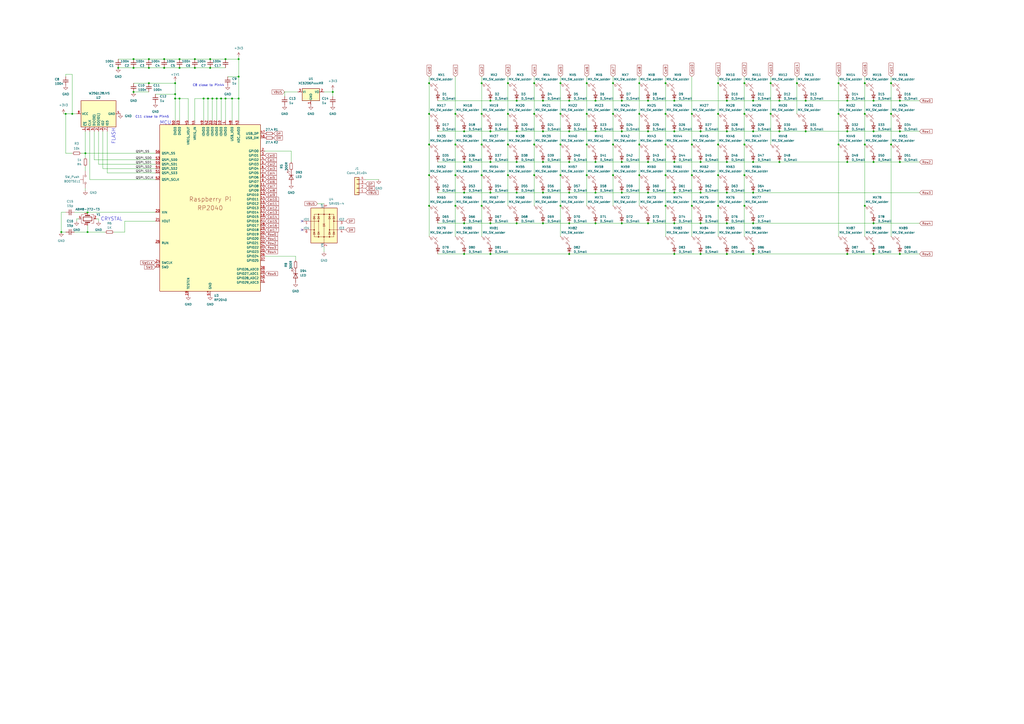
<source format=kicad_sch>
(kicad_sch (version 20231120) (generator "eeschema") (generator_version "8.0")
  (paper "A2")
  (junction (at 118.11 57.15))
  (junction (at 299.72 58.42))
  (junction (at 77.47 39.37))
  (junction (at 491.49 58.42))
  (junction (at 355.6 66.04))
  (junction (at 386.08 119.38))
  (junction (at 436.88 111.76))
  (junction (at 370.84 101.6))
  (junction (at 309.88 101.6))
  (junction (at 416.56 101.6))
  (junction (at 516.89 83.82))
  (junction (at 248.92 66.04))
  (junction (at 279.4 119.38))
  (junction (at 264.16 83.82))
  (junction (at 416.56 119.38))
  (junction (at 521.97 93.98))
  (junction (at 125.73 57.15))
  (junction (at 501.65 48.26))
  (junction (at 501.65 119.38))
  (junction (at 325.12 48.26))
  (junction (at 421.64 93.98))
  (junction (at 406.4 76.2))
  (junction (at 360.68 58.42))
  (junction (at 421.64 58.42))
  (junction (at 314.96 76.2))
  (junction (at 49.53 88.9))
  (junction (at 421.64 111.76))
  (junction (at 269.24 129.54))
  (junction (at 86.36 34.29))
  (junction (at 284.48 76.2))
  (junction (at 113.03 39.37))
  (junction (at 248.92 101.6))
  (junction (at 375.92 76.2))
  (junction (at 269.24 76.2))
  (junction (at 452.12 58.42))
  (junction (at 330.2 147.32))
  (junction (at 269.24 93.98))
  (junction (at 360.68 111.76))
  (junction (at 401.32 83.82))
  (junction (at 501.65 83.82))
  (junction (at 401.32 101.6))
  (junction (at 123.19 57.15))
  (junction (at 370.84 83.82))
  (junction (at 279.4 83.82))
  (junction (at 41.91 66.04))
  (junction (at 436.88 93.98))
  (junction (at 330.2 111.76))
  (junction (at 452.12 93.98))
  (junction (at 279.4 48.26))
  (junction (at 345.44 93.98))
  (junction (at 501.65 66.04))
  (junction (at 431.8 48.26))
  (junction (at 491.49 76.2))
  (junction (at 50.8 134.62))
  (junction (at 436.88 58.42))
  (junction (at 391.16 76.2))
  (junction (at 506.73 147.32))
  (junction (at 355.6 48.26))
  (junction (at 314.96 111.76))
  (junction (at 345.44 129.54))
  (junction (at 375.92 111.76))
  (junction (at 401.32 119.38))
  (junction (at 391.16 129.54))
  (junction (at 130.81 34.29))
  (junction (at 436.88 129.54))
  (junction (at 521.97 76.2))
  (junction (at 50.8 123.19))
  (junction (at 101.6 57.15))
  (junction (at 386.08 83.82))
  (junction (at 309.88 83.82))
  (junction (at 386.08 66.04))
  (junction (at 401.32 66.04))
  (junction (at 138.43 44.45))
  (junction (at 486.41 83.82))
  (junction (at 294.64 66.04))
  (junction (at 340.36 83.82))
  (junction (at 447.04 48.26))
  (junction (at 86.36 48.26))
  (junction (at 345.44 111.76))
  (junction (at 138.43 57.15))
  (junction (at 375.92 93.98))
  (junction (at 134.62 57.15))
  (junction (at 86.36 39.37))
  (junction (at 104.14 34.29))
  (junction (at 314.96 93.98))
  (junction (at 104.14 39.37))
  (junction (at 248.92 119.38))
  (junction (at 264.16 101.6))
  (junction (at 284.48 111.76))
  (junction (at 516.89 66.04))
  (junction (at 406.4 129.54))
  (junction (at 299.72 93.98))
  (junction (at 264.16 119.38))
  (junction (at 121.92 34.29))
  (junction (at 101.6 48.26))
  (junction (at 248.92 48.26))
  (junction (at 77.47 34.29))
  (junction (at 130.81 57.15))
  (junction (at 370.84 48.26))
  (junction (at 506.73 76.2))
  (junction (at 340.36 66.04))
  (junction (at 467.36 58.42))
  (junction (at 325.12 119.38))
  (junction (at 516.89 48.26))
  (junction (at 138.43 34.29))
  (junction (at 386.08 48.26))
  (junction (at 375.92 129.54))
  (junction (at 314.96 58.42))
  (junction (at 68.58 39.37))
  (junction (at 436.88 76.2))
  (junction (at 299.72 111.76))
  (junction (at 35.56 134.62))
  (junction (at 264.16 66.04))
  (junction (at 294.64 101.6))
  (junction (at 506.73 93.98))
  (junction (at 431.8 101.6))
  (junction (at 120.65 57.15))
  (junction (at 128.27 57.15))
  (junction (at 521.97 147.32))
  (junction (at 486.41 66.04))
  (junction (at 391.16 111.76))
  (junction (at 360.68 129.54))
  (junction (at 101.6 54.61))
  (junction (at 269.24 147.32))
  (junction (at 360.68 93.98))
  (junction (at 391.16 58.42))
  (junction (at 309.88 48.26))
  (junction (at 340.36 101.6))
  (junction (at 330.2 93.98))
  (junction (at 506.73 129.54))
  (junction (at 452.12 76.2))
  (junction (at 325.12 101.6))
  (junction (at 521.97 58.42))
  (junction (at 447.04 66.04))
  (junction (at 355.6 101.6))
  (junction (at 284.48 93.98))
  (junction (at 95.25 39.37))
  (junction (at 330.2 58.42))
  (junction (at 193.04 53.34))
  (junction (at 248.92 83.82))
  (junction (at 299.72 129.54))
  (junction (at 269.24 111.76))
  (junction (at 279.4 101.6))
  (junction (at 345.44 58.42))
  (junction (at 330.2 76.2))
  (junction (at 370.84 66.04))
  (junction (at 299.72 76.2))
  (junction (at 340.36 48.26))
  (junction (at 314.96 129.54))
  (junction (at 467.36 76.2))
  (junction (at 416.56 66.04))
  (junction (at 279.4 66.04))
  (junction (at 95.25 34.29))
  (junction (at 104.14 57.15))
  (junction (at 113.03 34.29))
  (junction (at 386.08 101.6))
  (junction (at 431.8 66.04))
  (junction (at 416.56 48.26))
  (junction (at 330.2 129.54))
  (junction (at 406.4 147.32))
  (junction (at 284.48 147.32))
  (junction (at 491.49 147.32))
  (junction (at 436.88 147.32))
  (junction (at 375.92 58.42))
  (junction (at 360.68 76.2))
  (junction (at 284.48 129.54))
  (junction (at 345.44 76.2))
  (junction (at 38.1 66.04))
  (junction (at 325.12 66.04))
  (junction (at 309.88 66.04))
  (junction (at 431.8 119.38))
  (junction (at 121.92 39.37))
  (junction (at 77.47 53.34))
  (junction (at 416.56 83.82))
  (junction (at 284.48 58.42))
  (junction (at 406.4 93.98))
  (junction (at 462.28 48.26))
  (junction (at 325.12 83.82))
  (junction (at 486.41 48.26))
  (junction (at 294.64 83.82))
  (junction (at 355.6 83.82))
  (junction (at 491.49 93.98))
  (junction (at 421.64 129.54))
  (junction (at 431.8 83.82))
  (junction (at 421.64 147.32))
  (junction (at 294.64 48.26))
  (junction (at 391.16 93.98))
  (junction (at 406.4 111.76))
  (junction (at 391.16 147.32))
  (junction (at 421.64 76.2))
  (junction (at 506.73 58.42))
  (no_connect (at 175.26 128.27))
  (no_connect (at 175.26 133.35))
  (wire (pts (xy 294.64 101.6) (xy 294.64 119.38)))
  (wire (pts (xy 355.6 83.82) (xy 355.6 101.6)))
  (wire (pts (xy 165.1 53.34) (xy 172.72 53.34)))
  (wire (pts (xy 50.8 130.81) (xy 50.8 134.62)))
  (wire (pts (xy 340.36 83.82) (xy 340.36 101.6)))
  (wire (pts (xy 355.6 66.04) (xy 355.6 83.82)))
  (wire (pts (xy 248.92 101.6) (xy 248.92 119.38)))
  (wire (pts (xy 125.73 57.15) (xy 125.73 69.85)))
  (wire (pts (xy 118.11 57.15) (xy 118.11 69.85)))
  (wire (pts (xy 330.2 76.2) (xy 345.44 76.2)))
  (wire (pts (xy 44.45 127) (xy 44.45 128.27)))
  (wire (pts (xy 462.28 44.45) (xy 462.28 48.26)))
  (wire (pts (xy 279.4 66.04) (xy 279.4 83.82)))
  (wire (pts (xy 279.4 83.82) (xy 279.4 101.6)))
  (wire (pts (xy 516.89 48.26) (xy 516.89 66.04)))
  (wire (pts (xy 406.4 93.98) (xy 421.64 93.98)))
  (wire (pts (xy 447.04 48.26) (xy 447.04 66.04)))
  (wire (pts (xy 436.88 93.98) (xy 452.12 93.98)))
  (wire (pts (xy 421.64 111.76) (xy 436.88 111.76)))
  (wire (pts (xy 406.4 76.2) (xy 421.64 76.2)))
  (wire (pts (xy 309.88 83.82) (xy 309.88 101.6)))
  (wire (pts (xy 284.48 129.54) (xy 299.72 129.54)))
  (wire (pts (xy 406.4 147.32) (xy 421.64 147.32)))
  (wire (pts (xy 284.48 111.76) (xy 299.72 111.76)))
  (wire (pts (xy 101.6 54.61) (xy 90.17 54.61)))
  (wire (pts (xy 360.68 76.2) (xy 375.92 76.2)))
  (wire (pts (xy 486.41 66.04) (xy 486.41 83.82)))
  (wire (pts (xy 314.96 76.2) (xy 330.2 76.2)))
  (wire (pts (xy 436.88 147.32) (xy 491.49 147.32)))
  (wire (pts (xy 269.24 147.32) (xy 284.48 147.32)))
  (wire (pts (xy 50.8 123.19) (xy 90.17 123.19)))
  (wire (pts (xy 269.24 129.54) (xy 284.48 129.54)))
  (wire (pts (xy 401.32 101.6) (xy 401.32 119.38)))
  (wire (pts (xy 391.16 93.98) (xy 406.4 93.98)))
  (wire (pts (xy 171.45 148.59) (xy 171.45 151.13)))
  (wire (pts (xy 421.64 76.2) (xy 436.88 76.2)))
  (wire (pts (xy 516.89 66.04) (xy 516.89 83.82)))
  (wire (pts (xy 436.88 58.42) (xy 452.12 58.42)))
  (wire (pts (xy 421.64 129.54) (xy 436.88 129.54)))
  (wire (pts (xy 309.88 101.6) (xy 309.88 119.38)))
  (wire (pts (xy 401.32 44.45) (xy 401.32 66.04)))
  (wire (pts (xy 52.07 104.14) (xy 90.17 104.14)))
  (wire (pts (xy 401.32 119.38) (xy 401.32 137.16)))
  (wire (pts (xy 421.64 58.42) (xy 436.88 58.42)))
  (wire (pts (xy 101.6 57.15) (xy 101.6 69.85)))
  (wire (pts (xy 299.72 58.42) (xy 314.96 58.42)))
  (wire (pts (xy 77.47 34.29) (xy 68.58 34.29)))
  (wire (pts (xy 467.36 76.2) (xy 491.49 76.2)))
  (wire (pts (xy 431.8 101.6) (xy 431.8 119.38)))
  (wire (pts (xy 138.43 44.45) (xy 132.08 44.45)))
  (wire (pts (xy 501.65 44.45) (xy 501.65 48.26)))
  (wire (pts (xy 284.48 93.98) (xy 299.72 93.98)))
  (wire (pts (xy 391.16 129.54) (xy 406.4 129.54)))
  (wire (pts (xy 86.36 34.29) (xy 77.47 34.29)))
  (wire (pts (xy 104.14 57.15) (xy 101.6 57.15)))
  (wire (pts (xy 138.43 57.15) (xy 138.43 69.85)))
  (wire (pts (xy 248.92 66.04) (xy 248.92 83.82)))
  (wire (pts (xy 501.65 83.82) (xy 501.65 119.38)))
  (wire (pts (xy 138.43 34.29) (xy 138.43 44.45)))
  (wire (pts (xy 77.47 53.34) (xy 86.36 53.34)))
  (wire (pts (xy 66.04 134.62) (xy 72.39 134.62)))
  (wire (pts (xy 431.8 83.82) (xy 431.8 101.6)))
  (wire (pts (xy 360.68 58.42) (xy 375.92 58.42)))
  (wire (pts (xy 279.4 44.45) (xy 279.4 48.26)))
  (wire (pts (xy 123.19 57.15) (xy 125.73 57.15)))
  (wire (pts (xy 314.96 58.42) (xy 330.2 58.42)))
  (wire (pts (xy 248.92 119.38) (xy 248.92 137.16)))
  (wire (pts (xy 506.73 58.42) (xy 521.97 58.42)))
  (wire (pts (xy 401.32 83.82) (xy 401.32 101.6)))
  (wire (pts (xy 86.36 48.26) (xy 101.6 48.26)))
  (wire (pts (xy 314.96 129.54) (xy 330.2 129.54)))
  (wire (pts (xy 284.48 76.2) (xy 299.72 76.2)))
  (wire (pts (xy 45.72 127) (xy 44.45 127)))
  (wire (pts (xy 370.84 48.26) (xy 370.84 66.04)))
  (wire (pts (xy 375.92 111.76) (xy 391.16 111.76)))
  (wire (pts (xy 533.4 76.2) (xy 521.97 76.2)))
  (wire (pts (xy 125.73 57.15) (xy 128.27 57.15)))
  (wire (pts (xy 325.12 101.6) (xy 325.12 119.38)))
  (wire (pts (xy 95.25 34.29) (xy 86.36 34.29)))
  (wire (pts (xy 370.84 83.82) (xy 370.84 101.6)))
  (wire (pts (xy 62.23 76.2) (xy 62.23 100.33)))
  (wire (pts (xy 187.96 53.34) (xy 193.04 53.34)))
  (wire (pts (xy 38.1 88.9) (xy 38.1 66.04)))
  (wire (pts (xy 193.04 53.34) (xy 193.04 55.88)))
  (wire (pts (xy 416.56 66.04) (xy 416.56 83.82)))
  (wire (pts (xy 360.68 93.98) (xy 375.92 93.98)))
  (wire (pts (xy 49.53 91.44) (xy 49.53 88.9)))
  (wire (pts (xy 330.2 58.42) (xy 345.44 58.42)))
  (wire (pts (xy 330.2 93.98) (xy 345.44 93.98)))
  (wire (pts (xy 340.36 66.04) (xy 340.36 83.82)))
  (wire (pts (xy 121.92 34.29) (xy 113.03 34.29)))
  (wire (pts (xy 345.44 129.54) (xy 360.68 129.54)))
  (wire (pts (xy 86.36 48.26) (xy 77.47 48.26)))
  (wire (pts (xy 138.43 44.45) (xy 138.43 57.15)))
  (wire (pts (xy 325.12 66.04) (xy 325.12 83.82)))
  (wire (pts (xy 128.27 57.15) (xy 128.27 69.85)))
  (wire (pts (xy 269.24 76.2) (xy 284.48 76.2)))
  (wire (pts (xy 294.64 48.26) (xy 294.64 66.04)))
  (wire (pts (xy 370.84 101.6) (xy 370.84 119.38)))
  (wire (pts (xy 299.72 93.98) (xy 314.96 93.98)))
  (wire (pts (xy 109.22 57.15) (xy 104.14 57.15)))
  (wire (pts (xy 212.09 104.14) (xy 219.71 104.14)))
  (wire (pts (xy 360.68 111.76) (xy 375.92 111.76)))
  (wire (pts (xy 375.92 76.2) (xy 391.16 76.2)))
  (wire (pts (xy 38.1 123.19) (xy 35.56 123.19)))
  (wire (pts (xy 279.4 119.38) (xy 279.4 137.16)))
  (wire (pts (xy 254 147.32) (xy 269.24 147.32)))
  (wire (pts (xy 59.69 97.79) (xy 90.17 97.79)))
  (wire (pts (xy 72.39 128.27) (xy 90.17 128.27)))
  (wire (pts (xy 101.6 48.26) (xy 101.6 54.61)))
  (wire (pts (xy 486.41 83.82) (xy 486.41 137.16)))
  (wire (pts (xy 104.14 39.37) (xy 113.03 39.37)))
  (wire (pts (xy 447.04 44.45) (xy 447.04 48.26)))
  (wire (pts (xy 264.16 101.6) (xy 264.16 119.38)))
  (wire (pts (xy 325.12 119.38) (xy 325.12 137.16)))
  (wire (pts (xy 375.92 93.98) (xy 391.16 93.98)))
  (wire (pts (xy 109.22 69.85) (xy 109.22 57.15)))
  (wire (pts (xy 49.53 88.9) (xy 49.53 76.2)))
  (wire (pts (xy 486.41 44.45) (xy 486.41 48.26)))
  (wire (pts (xy 284.48 147.32) (xy 330.2 147.32)))
  (wire (pts (xy 294.64 44.45) (xy 294.64 48.26)))
  (wire (pts (xy 120.65 57.15) (xy 120.65 69.85)))
  (wire (pts (xy 421.64 93.98) (xy 436.88 93.98)))
  (wire (pts (xy 462.28 48.26) (xy 462.28 66.04)))
  (wire (pts (xy 128.27 57.15) (xy 130.81 57.15)))
  (wire (pts (xy 345.44 58.42) (xy 360.68 58.42)))
  (wire (pts (xy 436.88 76.2) (xy 452.12 76.2)))
  (wire (pts (xy 330.2 129.54) (xy 345.44 129.54)))
  (wire (pts (xy 345.44 93.98) (xy 360.68 93.98)))
  (wire (pts (xy 294.64 66.04) (xy 294.64 83.82)))
  (wire (pts (xy 370.84 44.45) (xy 370.84 48.26)))
  (wire (pts (xy 436.88 129.54) (xy 506.73 129.54)))
  (wire (pts (xy 375.92 58.42) (xy 391.16 58.42)))
  (wire (pts (xy 77.47 39.37) (xy 86.36 39.37)))
  (wire (pts (xy 46.99 88.9) (xy 49.53 88.9)))
  (wire (pts (xy 299.72 111.76) (xy 314.96 111.76)))
  (wire (pts (xy 49.53 88.9) (xy 90.17 88.9)))
  (wire (pts (xy 506.73 147.32) (xy 521.97 147.32)))
  (wire (pts (xy 138.43 33.02) (xy 138.43 34.29)))
  (wire (pts (xy 294.64 83.82) (xy 294.64 101.6)))
  (wire (pts (xy 187.96 143.51) (xy 187.96 146.05)))
  (wire (pts (xy 486.41 48.26) (xy 486.41 66.04)))
  (wire (pts (xy 406.4 111.76) (xy 421.64 111.76)))
  (wire (pts (xy 431.8 119.38) (xy 431.8 137.16)))
  (wire (pts (xy 279.4 48.26) (xy 279.4 66.04)))
  (wire (pts (xy 57.15 76.2) (xy 57.15 95.25)))
  (wire (pts (xy 68.58 39.37) (xy 77.47 39.37)))
  (wire (pts (xy 36.83 66.04) (xy 38.1 66.04)))
  (wire (pts (xy 491.49 147.32) (xy 506.73 147.32)))
  (wire (pts (xy 248.92 83.82) (xy 248.92 101.6)))
  (wire (pts (xy 121.92 39.37) (xy 130.81 39.37)))
  (wire (pts (xy 360.68 129.54) (xy 375.92 129.54)))
  (wire (pts (xy 431.8 44.45) (xy 431.8 48.26)))
  (wire (pts (xy 345.44 76.2) (xy 360.68 76.2)))
  (wire (pts (xy 118.11 57.15) (xy 120.65 57.15)))
  (wire (pts (xy 264.16 119.38) (xy 264.16 137.16)))
  (wire (pts (xy 49.53 96.52) (xy 49.53 99.06)))
  (wire (pts (xy 386.08 119.38) (xy 386.08 137.16)))
  (wire (pts (xy 330.2 111.76) (xy 345.44 111.76)))
  (wire (pts (xy 38.1 88.9) (xy 41.91 88.9)))
  (wire (pts (xy 57.15 95.25) (xy 90.17 95.25)))
  (wire (pts (xy 533.4 58.42) (xy 521.97 58.42)))
  (wire (pts (xy 501.65 48.26) (xy 501.65 66.04)))
  (wire (pts (xy 309.88 48.26) (xy 309.88 66.04)))
  (wire (pts (xy 41.91 66.04) (xy 44.45 66.04)))
  (wire (pts (xy 113.03 57.15) (xy 118.11 57.15)))
  (wire (pts (xy 431.8 66.04) (xy 431.8 83.82)))
  (wire (pts (xy 153.67 87.63) (xy 168.91 87.63)))
  (wire (pts (xy 254 129.54) (xy 269.24 129.54)))
  (wire (pts (xy 54.61 92.71) (xy 90.17 92.71)))
  (wire (pts (xy 416.56 44.45) (xy 416.56 48.26)))
  (wire (pts (xy 325.12 44.45) (xy 325.12 48.26)))
  (wire (pts (xy 370.84 66.04) (xy 370.84 83.82)))
  (wire (pts (xy 416.56 48.26) (xy 416.56 66.04)))
  (wire (pts (xy 447.04 66.04) (xy 447.04 83.82)))
  (wire (pts (xy 506.73 76.2) (xy 521.97 76.2)))
  (wire (pts (xy 340.36 44.45) (xy 340.36 48.26)))
  (wire (pts (xy 386.08 48.26) (xy 386.08 66.04)))
  (wire (pts (xy 130.81 57.15) (xy 130.81 69.85)))
  (wire (pts (xy 104.14 34.29) (xy 95.25 34.29)))
  (wire (pts (xy 391.16 111.76) (xy 406.4 111.76)))
  (wire (pts (xy 491.49 93.98) (xy 506.73 93.98)))
  (wire (pts (xy 49.53 110.49) (xy 49.53 109.22)))
  (wire (pts (xy 501.65 66.04) (xy 501.65 83.82)))
  (wire (pts (xy 248.92 44.45) (xy 248.92 48.26)))
  (wire (pts (xy 113.03 34.29) (xy 104.14 34.29)))
  (wire (pts (xy 533.4 129.54) (xy 506.73 129.54)))
  (wire (pts (xy 340.36 101.6) (xy 340.36 119.38)))
  (wire (pts (xy 314.96 111.76) (xy 330.2 111.76)))
  (wire (pts (xy 309.88 66.04) (xy 309.88 83.82)))
  (wire (pts (xy 41.91 66.04) (xy 41.91 43.18)))
  (wire (pts (xy 325.12 48.26) (xy 325.12 66.04)))
  (wire (pts (xy 391.16 147.32) (xy 406.4 147.32)))
  (wire (pts (xy 193.04 52.07) (xy 193.04 53.34)))
  (wire (pts (xy 391.16 58.42) (xy 421.64 58.42)))
  (wire (pts (xy 165.1 53.34) (xy 165.1 55.88)))
  (wire (pts (xy 501.65 119.38) (xy 501.65 137.16)))
  (wire (pts (xy 314.96 93.98) (xy 330.2 93.98)))
  (wire (pts (xy 113.03 39.37) (xy 121.92 39.37)))
  (wire (pts (xy 391.16 76.2) (xy 406.4 76.2)))
  (wire (pts (xy 325.12 83.82) (xy 325.12 101.6)))
  (wire (pts (xy 355.6 44.45) (xy 355.6 48.26)))
  (wire (pts (xy 279.4 101.6) (xy 279.4 119.38)))
  (wire (pts (xy 421.64 147.32) (xy 436.88 147.32)))
  (wire (pts (xy 516.89 83.82) (xy 516.89 137.16)))
  (wire (pts (xy 345.44 111.76) (xy 360.68 111.76)))
  (wire (pts (xy 120.65 57.15) (xy 123.19 57.15)))
  (wire (pts (xy 355.6 101.6) (xy 355.6 119.38)))
  (wire (pts (xy 134.62 57.15) (xy 138.43 57.15)))
  (wire (pts (xy 406.4 129.54) (xy 421.64 129.54)))
  (wire (pts (xy 436.88 111.76) (xy 533.4 111.76)))
  (wire (pts (xy 340.36 48.26) (xy 340.36 66.04)))
  (wire (pts (xy 254 93.98) (xy 269.24 93.98)))
  (wire (pts (xy 386.08 44.45) (xy 386.08 48.26)))
  (wire (pts (xy 521.97 147.32) (xy 533.4 147.32)))
  (wire (pts (xy 467.36 58.42) (xy 491.49 58.42)))
  (wire (pts (xy 254 58.42) (xy 284.48 58.42)))
  (wire (pts (xy 452.12 76.2) (xy 467.36 76.2)))
  (wire (pts (xy 43.18 123.19) (xy 50.8 123.19)))
  (wire (pts (xy 35.56 123.19) (xy 35.56 134.62)))
  (wire (pts (xy 86.36 39.37) (xy 95.25 39.37)))
  (wire (pts (xy 38.1 43.18) (xy 38.1 44.45)))
  (wire (pts (xy 121.92 34.29) (xy 130.81 34.29)))
  (wire (pts (xy 72.39 134.62) (xy 72.39 128.27)))
  (wire (pts (xy 284.48 58.42) (xy 299.72 58.42)))
  (wire (pts (xy 153.67 148.59) (xy 171.45 148.59)))
  (wire (pts (xy 386.08 83.82) (xy 386.08 101.6)))
  (wire (pts (xy 521.97 93.98) (xy 533.4 93.98)))
  (wire (pts (xy 54.61 76.2) (xy 54.61 92.71)))
  (wire (pts (xy 269.24 93.98) (xy 284.48 93.98)))
  (wire (pts (xy 264.16 44.45) (xy 264.16 66.04)))
  (wire (pts (xy 113.03 69.85) (xy 113.03 57.15)))
  (wire (pts (xy 38.1 66.04) (xy 41.91 66.04)))
  (wire (pts (xy 50.8 134.62) (xy 60.96 134.62)))
  (wire (pts (xy 416.56 101.6) (xy 416.56 119.38)))
  (wire (pts (xy 452.12 93.98) (xy 491.49 93.98)))
  (wire (pts (xy 355.6 48.26) (xy 355.6 66.04)))
  (wire (pts (xy 52.07 76.2) (xy 52.07 104.14)))
  (wire (pts (xy 416.56 119.38) (xy 416.56 137.16)))
  (wire (pts (xy 491.49 76.2) (xy 506.73 76.2)))
  (wire (pts (xy 516.89 44.45) (xy 516.89 48.26)))
  (wire (pts (xy 62.23 100.33) (xy 90.17 100.33)))
  (wire (pts (xy 254 76.2) (xy 269.24 76.2)))
  (wire (pts (xy 416.56 83.82) (xy 416.56 101.6)))
  (wire (pts (xy 386.08 101.6) (xy 386.08 119.38)))
  (wire (pts (xy 269.24 111.76) (xy 284.48 111.76)))
  (wire (pts (xy 104.14 57.15) (xy 104.14 69.85)))
  (wire (pts (xy 184.15 118.11) (xy 187.96 118.11)))
  (wire (pts (xy 35.56 134.62) (xy 38.1 134.62)))
  (wire (pts (xy 299.72 129.54) (xy 314.96 129.54)))
  (wire (pts (xy 452.12 58.42) (xy 467.36 58.42)))
  (wire (pts (xy 134.62 57.15) (xy 134.62 69.85)))
  (wire (pts (xy 59.69 76.2) (xy 59.69 97.79)))
  (wire (pts (xy 50.8 134.62) (xy 43.18 134.62)))
  (wire (pts (xy 95.25 39.37) (xy 104.14 39.37)))
  (wire (pts (xy 254 111.76) (xy 269.24 111.76)))
  (wire (pts (xy 491.49 58.42) (xy 506.73 58.42)))
  (wire (pts (xy 130.81 34.29) (xy 138.43 34.29)))
  (wire (pts (xy 123.19 57.15) (xy 123.19 69.85)))
  (wire (pts (xy 101.6 46.99) (xy 101.6 48.26)))
  (wire (pts (xy 506.73 93.98) (xy 521.97 93.98)))
  (wire (pts (xy 264.16 83.82) (xy 264.16 101.6)))
  (wire (pts (xy 38.1 43.18) (xy 41.91 43.18)))
  (wire (pts (xy 55.88 127) (xy 57.15 127)))
  (wire (pts (xy 401.32 66.04) (xy 401.32 83.82)))
  (wire (pts (xy 248.92 48.26) (xy 248.92 66.04)))
  (wire (pts (xy 168.91 87.63) (xy 168.91 93.98)))
  (wire (pts (xy 309.88 44.45) (xy 309.88 48.26)))
  (wire (pts (xy 299.72 76.2) (xy 314.96 76.2)))
  (wire (pts (xy 431.8 48.26) (xy 431.8 66.04)))
  (wire (pts (xy 375.92 129.54) (xy 391.16 129.54)))
  (wire (pts (xy 330.2 147.32) (xy 391.16 147.32)))
  (wire (pts (xy 130.81 57.15) (xy 134.62 57.15)))
  (wire (pts (xy 57.15 127) (xy 57.15 128.27)))
  (wire (pts (xy 264.16 66.04) (xy 264.16 83.82)))
  (wire (pts (xy 101.6 54.61) (xy 101.6 57.15)))
  (wire (pts (xy 386.08 66.04) (xy 386.08 83.82)))
  (text "MCU" (at 92.71 72.39 0) (effects (font (size 2 2)) (justify left bottom)))
  (text "FLASH" (at 67.056 83.566 90) (effects (font (size 2 2)) (justify left bottom)))
  (text "C8 close to Pin44\n" (at 111.76 50.292 0) (effects (font (size 1.3 1.3)) (justify left bottom)))
  (text "CRYSTAL\n" (at 58.42 128.27 0) (effects (font (size 2 2)) (justify left bottom)))
  (text "C11 close to Pin45\n" (at 78.486 68.58 0) (effects (font (size 1.3 1.3)) (justify left bottom)))
  (label "QSPI_SS" (at 78.74 88.9 0))
  (label "QSPI_SCLK" (at 78.74 104.14 0))
  (label "QSPI_SD0" (at 78.74 92.71 0))
  (label "QSPI_SD1" (at 78.74 95.25 0))
  (label "QSPI_SD2" (at 78.74 97.79 0))
  (label "QSPI_SD3" (at 78.74 100.33 0))
  (global_label "Col12" (shape input) (at 153.67 120.65 0) (property "Intersheetrefs" "${INTERSHEET_REFS}" (effects (hide yes))))
  (global_label "Col6" (shape input) (at 153.67 105.41 0) (property "Intersheetrefs" "${INTERSHEET_REFS}" (effects (hide yes))))
  (global_label "Row5" (shape input) (at 533.4 147.32 0) (property "Intersheetrefs" "${INTERSHEET_REFS}" (effects (hide yes))))
  (global_label "Col1" (shape input) (at 153.67 92.71 0) (property "Intersheetrefs" "${INTERSHEET_REFS}" (effects (hide yes))))
  (global_label "Col10" (shape input) (at 401.32 44.45 90) (property "Intersheetrefs" "${INTERSHEET_REFS}" (effects (hide yes))))
  (global_label "Col9" (shape input) (at 153.67 113.03 0) (property "Intersheetrefs" "${INTERSHEET_REFS}" (effects (hide yes))))
  (global_label "DM" (shape input) (at 200.66 133.35 0) (property "Intersheetrefs" "${INTERSHEET_REFS}" (effects (hide yes))))
  (global_label "Col15" (shape input) (at 486.41 44.45 90) (property "Intersheetrefs" "${INTERSHEET_REFS}" (effects (hide yes))))
  (global_label "Col4" (shape input) (at 153.67 100.33 0) (property "Intersheetrefs" "${INTERSHEET_REFS}" (effects (hide yes))))
  (global_label "SWD" (shape input) (at 90.17 154.94 180) (property "Intersheetrefs" "${INTERSHEET_REFS}" (effects (hide yes))))
  (global_label "Col11" (shape input) (at 416.56 44.45 90) (property "Intersheetrefs" "${INTERSHEET_REFS}" (effects (hide yes))))
  (global_label "VBUS" (shape input) (at 212.09 111.76 0) (property "Intersheetrefs" "${INTERSHEET_REFS}" (effects (hide yes))))
  (global_label "Col3" (shape input) (at 294.64 44.45 90) (property "Intersheetrefs" "${INTERSHEET_REFS}" (effects (hide yes))))
  (global_label "Row4" (shape input) (at 533.4 129.54 0) (property "Intersheetrefs" "${INTERSHEET_REFS}" (effects (hide yes))))
  (global_label "DP" (shape input) (at 158.75 77.47 0) (property "Intersheetrefs" "${INTERSHEET_REFS}" (effects (hide yes))))
  (global_label "Col9" (shape input) (at 386.08 44.45 90) (property "Intersheetrefs" "${INTERSHEET_REFS}" (effects (hide yes))))
  (global_label "Col8" (shape input) (at 153.67 110.49 0) (property "Intersheetrefs" "${INTERSHEET_REFS}" (effects (hide yes))))
  (global_label "DP" (shape input) (at 212.09 106.68 0) (property "Intersheetrefs" "${INTERSHEET_REFS}" (effects (hide yes))))
  (global_label "Col12" (shape input) (at 431.8 44.45 90) (property "Intersheetrefs" "${INTERSHEET_REFS}" (effects (hide yes))))
  (global_label "Col14" (shape input) (at 462.28 44.45 90) (property "Intersheetrefs" "${INTERSHEET_REFS}" (effects (hide yes))))
  (global_label "Row1" (shape input) (at 533.4 76.2 0) (property "Intersheetrefs" "${INTERSHEET_REFS}" (effects (hide yes))))
  (global_label "DM" (shape input) (at 158.75 80.01 0) (property "Intersheetrefs" "${INTERSHEET_REFS}" (effects (hide yes))))
  (global_label "Col5" (shape input) (at 153.67 102.87 0) (property "Intersheetrefs" "${INTERSHEET_REFS}" (effects (hide yes))))
  (global_label "Col3" (shape input) (at 153.67 97.79 0) (property "Intersheetrefs" "${INTERSHEET_REFS}" (effects (hide yes))))
  (global_label "Col17" (shape input) (at 153.67 133.35 0) (property "Intersheetrefs" "${INTERSHEET_REFS}" (effects (hide yes))))
  (global_label "SWCLK" (shape input) (at 90.17 152.4 180) (property "Intersheetrefs" "${INTERSHEET_REFS}" (effects (hide yes))))
  (global_label "Row2" (shape input) (at 153.67 140.97 0) (property "Intersheetrefs" "${INTERSHEET_REFS}" (effects (hide yes))))
  (global_label "Col5" (shape input) (at 325.12 44.45 90) (property "Intersheetrefs" "${INTERSHEET_REFS}" (effects (hide yes))))
  (global_label "Col10" (shape input) (at 153.67 115.57 0) (property "Intersheetrefs" "${INTERSHEET_REFS}" (effects (hide yes))))
  (global_label "Col4" (shape input) (at 309.88 44.45 90) (property "Intersheetrefs" "${INTERSHEET_REFS}" (effects (hide yes))))
  (global_label "Col13" (shape input) (at 447.04 44.45 90) (property "Intersheetrefs" "${INTERSHEET_REFS}" (effects (hide yes))))
  (global_label "Col7" (shape input) (at 355.6 44.45 90) (property "Intersheetrefs" "${INTERSHEET_REFS}" (effects (hide yes))))
  (global_label "Col1" (shape input) (at 264.16 44.45 90) (property "Intersheetrefs" "${INTERSHEET_REFS}" (effects (hide yes))))
  (global_label "DP" (shape input) (at 200.66 128.27 0) (property "Intersheetrefs" "${INTERSHEET_REFS}" (effects (hide yes))))
  (global_label "Row0" (shape input) (at 533.4 58.42 0) (property "Intersheetrefs" "${INTERSHEET_REFS}" (effects (hide yes))))
  (global_label "Col14" (shape input) (at 153.67 125.73 0) (property "Intersheetrefs" "${INTERSHEET_REFS}" (effects (hide yes))))
  (global_label "Col0" (shape input) (at 153.67 90.17 0) (property "Intersheetrefs" "${INTERSHEET_REFS}" (effects (hide yes))))
  (global_label "Col13" (shape input) (at 153.67 123.19 0) (property "Intersheetrefs" "${INTERSHEET_REFS}" (effects (hide yes))))
  (global_label "Col0" (shape input) (at 248.92 44.45 90) (property "Intersheetrefs" "${INTERSHEET_REFS}" (effects (hide yes))))
  (global_label "Col16" (shape input) (at 501.65 44.45 90) (property "Intersheetrefs" "${INTERSHEET_REFS}" (effects (hide yes))))
  (global_label "Col6" (shape input) (at 340.36 44.45 90) (property "Intersheetrefs" "${INTERSHEET_REFS}" (effects (hide yes))))
  (global_label "Col8" (shape input) (at 370.84 44.45 90) (property "Intersheetrefs" "${INTERSHEET_REFS}" (effects (hide yes))))
  (global_label "Col11" (shape input) (at 153.67 118.11 0) (property "Intersheetrefs" "${INTERSHEET_REFS}" (effects (hide yes))))
  (global_label "Row2" (shape input) (at 533.4 93.98 0) (property "Intersheetrefs" "${INTERSHEET_REFS}" (effects (hide yes))))
  (global_label "Row5" (shape input) (at 153.67 158.75 0) (property "Intersheetrefs" "${INTERSHEET_REFS}" (effects (hide yes))))
  (global_label "Row1" (shape input) (at 153.67 138.43 0) (property "Intersheetrefs" "${INTERSHEET_REFS}" (effects (hide yes))))
  (global_label "VBUS" (shape input) (at 165.1 53.34 180) (property "Intersheetrefs" "${INTERSHEET_REFS}" (effects (hide yes))))
  (global_label "Col2" (shape input) (at 153.67 95.25 0) (property "Intersheetrefs" "${INTERSHEET_REFS}" (effects (hide yes))))
  (global_label "VBUS" (shape input) (at 184.15 118.11 180) (property "Intersheetrefs" "${INTERSHEET_REFS}" (effects (hide yes))))
  (global_label "Col15" (shape input) (at 153.67 128.27 0) (property "Intersheetrefs" "${INTERSHEET_REFS}" (effects (hide yes))))
  (global_label "Row3" (shape input) (at 533.4 111.76 0) (property "Intersheetrefs" "${INTERSHEET_REFS}" (effects (hide yes))))
  (global_label "Row4" (shape input) (at 153.67 146.05 0) (property "Intersheetrefs" "${INTERSHEET_REFS}" (effects (hide yes))))
  (global_label "Col7" (shape input) (at 153.67 107.95 0) (property "Intersheetrefs" "${INTERSHEET_REFS}" (effects (hide yes))))
  (global_label "Col17" (shape input) (at 516.89 44.45 90) (property "Intersheetrefs" "${INTERSHEET_REFS}" (effects (hide yes))))
  (global_label "Col2" (shape input) (at 279.4 44.45 90) (property "Intersheetrefs" "${INTERSHEET_REFS}" (effects (hide yes))))
  (global_label "Col16" (shape input) (at 153.67 130.81 0) (property "Intersheetrefs" "${INTERSHEET_REFS}" (effects (hide yes))))
  (global_label "Row0" (shape input) (at 153.67 135.89 0) (property "Intersheetrefs" "${INTERSHEET_REFS}" (effects (hide yes))))
  (global_label "DM" (shape input) (at 212.09 109.22 0) (property "Intersheetrefs" "${INTERSHEET_REFS}" (effects (hide yes))))
  (global_label "Row3" (shape input) (at 153.67 143.51 0) (property "Intersheetrefs" "${INTERSHEET_REFS}" (effects (hide yes))))
  (symbol (lib_id "Device:D_Small") (at 491.49 91.44 90) (unit 1)
    (property "Reference" "D49" (at 494.03 90.1699 90) (effects (justify right)))
    (property "Value" "D_Small" (at 494.03 92.7099 90) (effects (justify right)))
    (property "Footprint" "ScottoKeebs_Components:Diode_SOD-123_noref2" (effects (hide yes)))
    (property "Description" "Diode, small symbol" (effects (hide yes)))
    (property "Sim.Device" "D" (effects (hide yes)))
    (property "Sim.Pins" "1=K 2=A" (effects (hide yes)))
  )
  (symbol (lib_id "Device:D_Small") (at 314.96 109.22 90) (unit 1)
    (property "Reference" "D56" (at 317.5 107.9499 90) (effects (justify right)))
    (property "Value" "D_Small" (at 317.5 110.4899 90) (effects (justify right)))
    (property "Footprint" "ScottoKeebs_Components:Diode_SOD-123_noref2" (effects (hide yes)))
    (property "Description" "Diode, small symbol" (effects (hide yes)))
    (property "Sim.Device" "D" (effects (hide yes)))
    (property "Sim.Pins" "1=K 2=A" (effects (hide yes)))
  )
  (symbol (lib_id "Device:D_Small") (at 436.88 55.88 90) (unit 1)
    (property "Reference" "D11" (at 439.42 54.6099 90) (effects (justify right)))
    (property "Value" "D_Small" (at 439.42 57.1499 90) (effects (justify right)))
    (property "Footprint" "ScottoKeebs_Components:Diode_SOD-123_noref2" (effects (hide yes)))
    (property "Description" "Diode, small symbol" (effects (hide yes)))
    (property "Sim.Device" "D" (effects (hide yes)))
    (property "Sim.Pins" "1=K 2=A" (effects (hide yes)))
  )
  (symbol (lib_id "marbastlib-mx:MX_SW_solder") (at 266.7 121.92 0) (unit 1)
    (property "Reference" "MX66" (at 271.272 114.554 0))
    (property "Value" "MX_SW_solder" (at 271.272 117.094 0))
    (property "Footprint" "ScottoKeebs_MX:MX_PCB_1.00u_NoSilkscreen_narrow" (effects (hide yes)))
    (property "Description" "Push button switch, normally open, two pins, 45° tilted" (effects (hide yes)))
  )
  (symbol (lib_id "marbastlib-mx:MX_SW_solder") (at 327.66 86.36 0) (unit 1)
    (property "Reference" "MX40" (at 332.232 78.994 0))
    (property "Value" "MX_SW_solder" (at 332.232 81.534 0))
    (property "Footprint" "ScottoKeebs_MX:MX_PCB_1.00u_NoSilkscreen_narrow" (effects (hide yes)))
    (property "Description" "Push button switch, normally open, two pins, 45° tilted" (effects (hide yes)))
  )
  (symbol (lib_id "marbastlib-mx:MX_SW_solder") (at 373.38 68.58 0) (unit 1)
    (property "Reference" "MX25" (at 377.952 61.214 0))
    (property "Value" "MX_SW_solder" (at 377.952 63.754 0))
    (property "Footprint" "ScottoKeebs_MX:MX_PCB_1.00u_NoSilkscreen_narrow" (effects (hide yes)))
    (property "Description" "Push button switch, normally open, two pins, 45° tilted" (effects (hide yes)))
  )
  (symbol (lib_id "marbastlib-mx:MX_SW_solder") (at 519.43 68.58 0) (unit 1)
    (property "Reference" "MX34" (at 524.002 61.214 0))
    (property "Value" "MX_SW_solder" (at 524.002 63.754 0))
    (property "Footprint" "ScottoKeebs_MX:MX_PCB_1.00u_NoSilkscreen_narrow" (effects (hide yes)))
    (property "Description" "Push button switch, normally open, two pins, 45° tilted" (effects (hide yes)))
  )
  (symbol (lib_id "Device:D_Small") (at 436.88 109.22 90) (unit 1)
    (property "Reference" "D64" (at 439.42 107.9499 90) (effects (justify right)))
    (property "Value" "D_Small" (at 439.42 110.4899 90) (effects (justify right)))
    (property "Footprint" "ScottoKeebs_Components:Diode_SOD-123_noref2" (effects (hide yes)))
    (property "Description" "Diode, small symbol" (effects (hide yes)))
    (property "Sim.Device" "D" (effects (hide yes)))
    (property "Sim.Pins" "1=K 2=A" (effects (hide yes)))
  )
  (symbol (lib_id "Device:D_Small") (at 375.92 55.88 90) (unit 1)
    (property "Reference" "D8" (at 378.46 54.6099 90) (effects (justify right)))
    (property "Value" "D_Small" (at 378.46 57.1499 90) (effects (justify right)))
    (property "Footprint" "ScottoKeebs_Components:Diode_SOD-123_noref2" (effects (hide yes)))
    (property "Description" "Diode, small symbol" (effects (hide yes)))
    (property "Sim.Device" "D" (effects (hide yes)))
    (property "Sim.Pins" "1=K 2=A" (effects (hide yes)))
  )
  (symbol (lib_id "Device:D_Small") (at 345.44 127 90) (unit 1)
    (property "Reference" "D71" (at 347.98 125.7299 90) (effects (justify right)))
    (property "Value" "D_Small" (at 347.98 128.2699 90) (effects (justify right)))
    (property "Footprint" "ScottoKeebs_Components:Diode_SOD-123_noref2" (effects (hide yes)))
    (property "Description" "Diode, small symbol" (effects (hide yes)))
    (property "Sim.Device" "D" (effects (hide yes)))
    (property "Sim.Pins" "1=K 2=A" (effects (hide yes)))
  )
  (symbol (lib_id "Device:D_Small") (at 406.4 127 90) (unit 1)
    (property "Reference" "D75" (at 408.94 125.7299 90) (effects (justify right)))
    (property "Value" "D_Small" (at 408.94 128.2699 90) (effects (justify right)))
    (property "Footprint" "ScottoKeebs_Components:Diode_SOD-123_noref2" (effects (hide yes)))
    (property "Description" "Diode, small symbol" (effects (hide yes)))
    (property "Sim.Device" "D" (effects (hide yes)))
    (property "Sim.Pins" "1=K 2=A" (effects (hide yes)))
  )
  (symbol (lib_id "Device:D_Small") (at 375.92 73.66 90) (unit 1)
    (property "Reference" "D25" (at 378.46 72.3899 90) (effects (justify right)))
    (property "Value" "D_Small" (at 378.46 74.9299 90) (effects (justify right)))
    (property "Footprint" "ScottoKeebs_Components:Diode_SOD-123_noref2" (effects (hide yes)))
    (property "Description" "Diode, small symbol" (effects (hide yes)))
    (property "Sim.Device" "D" (effects (hide yes)))
    (property "Sim.Pins" "1=K 2=A" (effects (hide yes)))
  )
  (symbol (lib_id "Device:D_Small") (at 521.97 73.66 90) (unit 1)
    (property "Reference" "D34" (at 524.51 72.3899 90) (effects (justify right)))
    (property "Value" "D_Small" (at 524.51 74.9299 90) (effects (justify right)))
    (property "Footprint" "ScottoKeebs_Components:Diode_SOD-123_noref2" (effects (hide yes)))
    (property "Description" "Diode, small symbol" (effects (hide yes)))
    (property "Sim.Device" "D" (effects (hide yes)))
    (property "Sim.Pins" "1=K 2=A" (effects (hide yes)))
  )
  (symbol (lib_id "marbastlib-mx:MX_SW_solder") (at 327.66 68.58 0) (unit 1)
    (property "Reference" "MX22" (at 332.232 61.214 0))
    (property "Value" "MX_SW_solder" (at 332.232 63.754 0))
    (property "Footprint" "ScottoKeebs_MX:MX_PCB_1.00u_NoSilkscreen_narrow" (effects (hide yes)))
    (property "Description" "Push button switch, normally open, two pins, 45° tilted" (effects (hide yes)))
  )
  (symbol (lib_id "power:GND") (at 57.15 128.27 0) (unit 1)
    (property "Reference" "#PWR017" (effects (hide yes)))
    (property "Value" "GND" (at 57.15 133.35 0))
  )
  (symbol (lib_id "Device:D_Small") (at 330.2 109.22 90) (unit 1)
    (property "Reference" "D57" (at 332.74 107.9499 90) (effects (justify right)))
    (property "Value" "D_Small" (at 332.74 110.4899 90) (effects (justify right)))
    (property "Footprint" "ScottoKeebs_Components:Diode_SOD-123_noref2" (effects (hide yes)))
    (property "Description" "Diode, small symbol" (effects (hide yes)))
    (property "Sim.Device" "D" (effects (hide yes)))
    (property "Sim.Pins" "1=K 2=A" (effects (hide yes)))
  )
  (symbol (lib_id "Device:D_Small") (at 421.64 73.66 90) (unit 1)
    (property "Reference" "D28" (at 424.18 72.3899 90) (effects (justify right)))
    (property "Value" "D_Small" (at 424.18 74.9299 90) (effects (justify right)))
    (property "Footprint" "ScottoKeebs_Components:Diode_SOD-123_noref2" (effects (hide yes)))
    (property "Description" "Diode, small symbol" (effects (hide yes)))
    (property "Sim.Device" "D" (effects (hide yes)))
    (property "Sim.Pins" "1=K 2=A" (effects (hide yes)))
  )
  (symbol (lib_id "Device:C_Small") (at 38.1 46.99 0) (unit 1)
    (property "Reference" "C8" (at 31.75 45.974 0) (effects (justify left)))
    (property "Value" "100n" (at 31.75 48.514 0) (effects (justify left)))
    (property "Footprint" "hjcustom:C_0402_1005Metric" (effects (hide yes)))
  )
  (symbol (lib_id "Device:D_Small") (at 254 55.88 90) (unit 1)
    (property "Reference" "D1" (at 256.54 54.6099 90) (effects (justify right)))
    (property "Value" "D_Small" (at 256.54 57.1499 90) (effects (justify right)))
    (property "Footprint" "ScottoKeebs_Components:Diode_SOD-123_noref2" (effects (hide yes)))
    (property "Description" "Diode, small symbol" (effects (hide yes)))
    (property "Sim.Device" "D" (effects (hide yes)))
    (property "Sim.Pins" "1=K 2=A" (effects (hide yes)))
  )
  (symbol (lib_id "Device:D_Small") (at 284.48 144.78 90) (unit 1)
    (property "Reference" "D81" (at 287.02 143.5099 90) (effects (justify right)))
    (property "Value" "D_Small" (at 287.02 146.0499 90) (effects (justify right)))
    (property "Footprint" "ScottoKeebs_Components:Diode_SOD-123_noref2" (effects (hide yes)))
    (property "Description" "Diode, small symbol" (effects (hide yes)))
    (property "Sim.Device" "D" (effects (hide yes)))
    (property "Sim.Pins" "1=K 2=A" (effects (hide yes)))
  )
  (symbol (lib_id "marbastlib-mx:MX_SW_solder") (at 504.19 50.8 0) (unit 1)
    (property "Reference" "MX15" (at 508.762 43.434 0))
    (property "Value" "MX_SW_solder" (at 508.762 45.974 0))
    (property "Footprint" "ScottoKeebs_MX:MX_PCB_1.00u_NoSilkscreen_narrow" (effects (hide yes)))
    (property "Description" "Push button switch, normally open, two pins, 45° tilted" (effects (hide yes)))
  )
  (symbol (lib_id "marbastlib-mx:MX_SW_solder") (at 312.42 121.92 0) (unit 1)
    (property "Reference" "MX69" (at 316.992 114.554 0))
    (property "Value" "MX_SW_solder" (at 316.992 117.094 0))
    (property "Footprint" "ScottoKeebs_MX:MX_PCB_1.00u_NoSilkscreen_narrow" (effects (hide yes)))
    (property "Description" "Push button switch, normally open, two pins, 45° tilted" (effects (hide yes)))
  )
  (symbol (lib_id "Device:R_Small") (at 156.21 80.01 90) (unit 1)
    (property "Reference" "R2" (at 160.02 82.55 90))
    (property "Value" "27.4" (at 156.21 82.55 90))
    (property "Footprint" "Capacitor_SMD:C_0603_1608Metric" (effects (hide yes)))
  )
  (symbol (lib_id "Device:R_Small") (at 44.45 88.9 90) (unit 1)
    (property "Reference" "R3" (at 44.45 83.312 90))
    (property "Value" "10k" (at 44.45 86.106 90))
    (property "Footprint" "hjcustom:C_0402_1005Metric" (effects (hide yes)))
  )
  (symbol (lib_id "marbastlib-mx:MX_SW_solder") (at 327.66 121.92 0) (unit 1)
    (property "Reference" "MX70" (at 332.232 114.554 0))
    (property "Value" "MX_SW_solder" (at 332.232 117.094 0))
    (property "Footprint" "ScottoKeebs_MX:MX_PCB_1.00u_NoSilkscreen_narrow" (effects (hide yes)))
    (property "Description" "Push button switch, normally open, two pins, 45° tilted" (effects (hide yes)))
  )
  (symbol (lib_id "marbastlib-mx:MX_SW_solder") (at 342.9 104.14 0) (unit 1)
    (property "Reference" "MX58" (at 347.472 96.774 0))
    (property "Value" "MX_SW_solder" (at 347.472 99.314 0))
    (property "Footprint" "ScottoKeebs_MX:MX_PCB_1.00u_NoSilkscreen_narrow" (effects (hide yes)))
    (property "Description" "Push button switch, normally open, two pins, 45° tilted" (effects (hide yes)))
  )
  (symbol (lib_id "Device:D_Small") (at 269.24 73.66 90) (unit 1)
    (property "Reference" "D18" (at 271.78 72.3899 90) (effects (justify right)))
    (property "Value" "D_Small" (at 271.78 74.9299 90) (effects (justify right)))
    (property "Footprint" "ScottoKeebs_Components:Diode_SOD-123_noref2" (effects (hide yes)))
    (property "Description" "Diode, small symbol" (effects (hide yes)))
    (property "Sim.Device" "D" (effects (hide yes)))
    (property "Sim.Pins" "1=K 2=A" (effects (hide yes)))
  )
  (symbol (lib_id "Device:D_Small") (at 345.44 55.88 90) (unit 1)
    (property "Reference" "D6" (at 347.98 54.6099 90) (effects (justify right)))
    (property "Value" "D_Small" (at 347.98 57.1499 90) (effects (justify right)))
    (property "Footprint" "ScottoKeebs_Components:Diode_SOD-123_noref2" (effects (hide yes)))
    (property "Description" "Diode, small symbol" (effects (hide yes)))
    (property "Sim.Device" "D" (effects (hide yes)))
    (property "Sim.Pins" "1=K 2=A" (effects (hide yes)))
  )
  (symbol (lib_id "Device:D_Small") (at 269.24 91.44 90) (unit 1)
    (property "Reference" "D36" (at 271.78 90.1699 90) (effects (justify right)))
    (property "Value" "D_Small" (at 271.78 92.7099 90) (effects (justify right)))
    (property "Footprint" "ScottoKeebs_Components:Diode_SOD-123_noref2" (effects (hide yes)))
    (property "Description" "Diode, small symbol" (effects (hide yes)))
    (property "Sim.Device" "D" (effects (hide yes)))
    (property "Sim.Pins" "1=K 2=A" (effects (hide yes)))
  )
  (symbol (lib_id "marbastlib-mx:MX_SW_solder") (at 327.66 50.8 0) (unit 1)
    (property "Reference" "MX5" (at 332.232 43.434 0))
    (property "Value" "MX_SW_solder" (at 332.232 45.974 0))
    (property "Footprint" "ScottoKeebs_MX:MX_PCB_1.00u_NoSilkscreen_narrow" (effects (hide yes)))
    (property "Description" "Push button switch, normally open, two pins, 45° tilted" (effects (hide yes)))
  )
  (symbol (lib_id "marbastlib-mx:MX_SW_solder") (at 358.14 121.92 0) (unit 1)
    (property "Reference" "MX72" (at 362.712 114.554 0))
    (property "Value" "MX_SW_solder" (at 362.712 117.094 0))
    (property "Footprint" "ScottoKeebs_MX:MX_PCB_1.00u_NoSilkscreen_narrow" (effects (hide yes)))
    (property "Description" "Push button switch, normally open, two pins, 45° tilted" (effects (hide yes)))
  )
  (symbol (lib_id "Device:D_Small") (at 284.48 55.88 90) (unit 1)
    (property "Reference" "D2" (at 287.02 54.6099 90) (effects (justify right)))
    (property "Value" "D_Small" (at 287.02 57.1499 90) (effects (justify right)))
    (property "Footprint" "ScottoKeebs_Components:Diode_SOD-123_noref2" (effects (hide yes)))
    (property "Description" "Diode, small symbol" (effects (hide yes)))
    (property "Sim.Device" "D" (effects (hide yes)))
    (property "Sim.Pins" "1=K 2=A" (effects (hide yes)))
  )
  (symbol (lib_id "marbastlib-mx:MX_SW_solder") (at 297.18 50.8 0) (unit 1)
    (property "Reference" "MX3" (at 301.752 43.434 0))
    (property "Value" "MX_SW_solder" (at 301.752 45.974 0))
    (property "Footprint" "ScottoKeebs_MX:MX_PCB_1.00u_NoSilkscreen_narrow" (effects (hide yes)))
    (property "Description" "Push button switch, normally open, two pins, 45° tilted" (effects (hide yes)))
  )
  (symbol (lib_id "marbastlib-mx:MX_SW_solder") (at 519.43 139.7 0) (unit 1)
    (property "Reference" "MX89" (at 524.002 132.334 0))
    (property "Value" "MX_SW_solder" (at 524.002 134.874 0))
    (property "Footprint" "ScottoKeebs_MX:MX_PCB_1.00u_NoSilkscreen_narrow" (effects (hide yes)))
    (property "Description" "Push button switch, normally open, two pins, 45° tilted" (effects (hide yes)))
  )
  (symbol (lib_id "Device:R_Small") (at 156.21 77.47 270) (unit 1)
    (property "Reference" "R1" (at 160.02 75.184 90))
    (property "Value" "27.4" (at 156.21 75.184 90))
    (property "Footprint" "Capacitor_SMD:C_0603_1608Metric" (effects (hide yes)))
  )
  (symbol (lib_id "marbastlib-mx:MX_SW_solder") (at 281.94 68.58 0) (unit 1)
    (property "Reference" "MX19" (at 286.512 61.214 0))
    (property "Value" "MX_SW_solder" (at 286.512 63.754 0))
    (property "Footprint" "ScottoKeebs_MX:MX_PCB_1.00u_NoSilkscreen_narrow" (effects (hide yes)))
    (property "Description" "Push button switch, normally open, two pins, 45° tilted" (effects (hide yes)))
  )
  (symbol (lib_id "marbastlib-various:SRV05-4") (at 187.96 130.81 0) (unit 1)
    (property "Reference" "U4" (at 190.7287 115.57 0) (effects (justify left)))
    (property "Value" "SRV05-4" (at 190.7287 118.11 0) (effects (justify left)))
    (property "Footprint" "Package_TO_SOT_SMD:SOT-23-6" (effects (hide yes)))
    (property "Datasheet" "http://www.onsemi.com/pub/Collateral/SRV05-4-D.PDF" (effects (hide yes)))
  )
  (symbol (lib_id "marbastlib-mx:MX_SW_solder") (at 449.58 68.58 0) (unit 1)
    (property "Reference" "MX30" (at 454.152 61.214 0))
    (property "Value" "MX_SW_solder" (at 454.152 63.754 0))
    (property "Footprint" "ScottoKeebs_MX:MX_PCB_1.00u_NoSilkscreen_narrow" (effects (hide yes)))
    (property "Description" "Push button switch, normally open, two pins, 45° tilted" (effects (hide yes)))
  )
  (symbol (lib_id "power:GND") (at 168.91 106.68 0) (unit 1)
    (property "Reference" "#PWR015" (effects (hide yes)))
    (property "Value" "GND" (at 168.91 111.76 0))
  )
  (symbol (lib_id "marbastlib-mx:MX_SW_solder") (at 449.58 50.8 0) (unit 1)
    (property "Reference" "MX12" (at 454.152 43.434 0))
    (property "Value" "MX_SW_solder" (at 454.152 45.974 0))
    (property "Footprint" "ScottoKeebs_MX:MX_PCB_1.00u_NoSilkscreen_narrow" (effects (hide yes)))
    (property "Description" "Push button switch, normally open, two pins, 45° tilted" (effects (hide yes)))
  )
  (symbol (lib_id "marbastlib-mx:MX_SW_solder") (at 251.46 68.58 0) (unit 1)
    (property "Reference" "MX17" (at 256.032 61.214 0))
    (property "Value" "MX_SW_solder" (at 256.032 63.754 0))
    (property "Footprint" "ScottoKeebs_MX:MX_PCB_1.00u_NoSilkscreen_narrow" (effects (hide yes)))
    (property "Description" "Push button switch, normally open, two pins, 45° tilted" (effects (hide yes)))
  )
  (symbol (lib_id "marbastlib-mx:MX_SW_solder") (at 464.82 50.8 0) (unit 1)
    (property "Reference" "MX13" (at 469.392 43.434 0))
    (property "Value" "MX_SW_solder" (at 469.392 45.974 0))
    (property "Footprint" "ScottoKeebs_MX:MX_PCB_1.00u_NoSilkscreen_narrow" (effects (hide yes)))
    (property "Description" "Push button switch, normally open, two pins, 45° tilted" (effects (hide yes)))
  )
  (symbol (lib_id "marbastlib-mx:MX_SW_solder") (at 251.46 50.8 0) (unit 1)
    (property "Reference" "MX1" (at 256.032 43.434 0))
    (property "Value" "MX_SW_solder" (at 256.032 45.974 0))
    (property "Footprint" "ScottoKeebs_MX:MX_PCB_1.00u_NoSilkscreen_narrow" (effects (hide yes)))
    (property "Description" "Push button switch, normally open, two pins, 45° tilted" (effects (hide yes)))
  )
  (symbol (lib_id "marbastlib-mx:MX_SW_solder") (at 281.94 121.92 0) (unit 1)
    (property "Reference" "MX67" (at 286.512 114.554 0))
    (property "Value" "MX_SW_solder" (at 286.512 117.094 0))
    (property "Footprint" "ScottoKeebs_MX:MX_PCB_1.00u_NoSilkscreen_narrow" (effects (hide yes)))
    (property "Description" "Push button switch, normally open, two pins, 45° tilted" (effects (hide yes)))
  )
  (symbol (lib_id "marbastlib-mx:MX_SW_solder") (at 281.94 139.7 0) (unit 1)
    (property "Reference" "MX81" (at 286.512 132.334 0))
    (property "Value" "MX_SW_solder" (at 286.512 134.874 0))
    (property "Footprint" "ScottoKeebs_MX:MX_PCB_1.00u_NoSilkscreen_narrow" (effects (hide yes)))
    (property "Description" "Push button switch, normally open, two pins, 45° tilted" (effects (hide yes)))
  )
  (symbol (lib_id "marbastlib-mx:MX_SW_solder") (at 403.86 139.7 0) (unit 1)
    (property "Reference" "MX84" (at 408.432 132.334 0))
    (property "Value" "MX_SW_solder" (at 408.432 134.874 0))
    (property "Footprint" "ScottoKeebs_MX:MX_PCB_1.00u_NoSilkscreen_narrow" (effects (hide yes)))
    (property "Description" "Push button switch, normally open, two pins, 45° tilted" (effects (hide yes)))
  )
  (symbol (lib_id "Device:C_Small") (at 77.47 36.83 180) (unit 1)
    (property "Reference" "C2" (at 74.93 38.0937 0) (effects (justify left)))
    (property "Value" "100n" (at 74.93 35.5537 0) (effects (justify left)))
    (property "Footprint" "hjcustom:C_0402_1005Metric" (effects (hide yes)))
  )
  (symbol (lib_id "Device:D_Small") (at 391.16 73.66 90) (unit 1)
    (property "Reference" "D26" (at 393.7 72.3899 90) (effects (justify right)))
    (property "Value" "D_Small" (at 393.7 74.9299 90) (effects (justify right)))
    (property "Footprint" "ScottoKeebs_Components:Diode_SOD-123_noref2" (effects (hide yes)))
    (property "Description" "Diode, small symbol" (effects (hide yes)))
    (property "Sim.Device" "D" (effects (hide yes)))
    (property "Sim.Pins" "1=K 2=A" (effects (hide yes)))
  )
  (symbol (lib_id "marbastlib-mx:MX_SW_solder") (at 403.86 104.14 0) (unit 1)
    (property "Reference" "MX62" (at 408.432 96.774 0))
    (property "Value" "MX_SW_solder" (at 408.432 99.314 0))
    (property "Footprint" "ScottoKeebs_MX:MX_PCB_1.00u_NoSilkscreen_narrow" (effects (hide yes)))
    (property "Description" "Push button switch, normally open, two pins, 45° tilted" (effects (hide yes)))
  )
  (symbol (lib_id "Device:D_Small") (at 391.16 144.78 90) (unit 1)
    (property "Reference" "D83" (at 393.7 143.5099 90) (effects (justify right)))
    (property "Value" "D_Small" (at 393.7 146.0499 90) (effects (justify right)))
    (property "Footprint" "ScottoKeebs_Components:Diode_SOD-123_noref2" (effects (hide yes)))
    (property "Description" "Diode, small symbol" (effects (hide yes)))
    (property "Sim.Device" "D" (effects (hide yes)))
    (property "Sim.Pins" "1=K 2=A" (effects (hide yes)))
  )
  (symbol (lib_id "power:GND") (at 90.17 59.69 0) (unit 1)
    (property "Reference" "#PWR07" (effects (hide yes)))
    (property "Value" "GND" (at 90.17 64.77 0))
  )
  (symbol (lib_id "Device:D_Small") (at 330.2 91.44 90) (unit 1)
    (property "Reference" "D40" (at 332.74 90.1699 90) (effects (justify right)))
    (property "Value" "D_Small" (at 332.74 92.7099 90) (effects (justify right)))
    (property "Footprint" "ScottoKeebs_Components:Diode_SOD-123_noref2" (effects (hide yes)))
    (property "Description" "Diode, small symbol" (effects (hide yes)))
    (property "Sim.Device" "D" (effects (hide yes)))
    (property "Sim.Pins" "1=K 2=A" (effects (hide yes)))
  )
  (symbol (lib_id "Device:C_Small") (at 95.25 36.83 180) (unit 1)
    (property "Reference" "C4" (at 92.71 38.0937 0) (effects (justify left)))
    (property "Value" "100n" (at 92.71 35.5537 0) (effects (justify left)))
    (property "Footprint" "hjcustom:C_0402_1005Metric" (effects (hide yes)))
  )
  (symbol (lib_id "marbastlib-mx:MX_SW_solder") (at 419.1 104.14 0) (unit 1)
    (property "Reference" "MX63" (at 423.672 96.774 0))
    (property "Value" "MX_SW_solder" (at 423.672 99.314 0))
    (property "Footprint" "ScottoKeebs_MX:MX_PCB_1.00u_NoSilkscreen_narrow" (effects (hide yes)))
    (property "Description" "Push button switch, normally open, two pins, 45° tilted" (effects (hide yes)))
  )
  (symbol (lib_id "marbastlib-mx:MX_SW_solder") (at 358.14 86.36 0) (unit 1)
    (property "Reference" "MX42" (at 362.712 78.994 0))
    (property "Value" "MX_SW_solder" (at 362.712 81.534 0))
    (property "Footprint" "ScottoKeebs_MX:MX_PCB_1.00u_NoSilkscreen_narrow" (effects (hide yes)))
    (property "Description" "Push button switch, normally open, two pins, 45° tilted" (effects (hide yes)))
  )
  (symbol (lib_id "marbastlib-mx:MX_SW_solder") (at 297.18 86.36 0) (unit 1)
    (property "Reference" "MX38" (at 301.752 78.994 0))
    (property "Value" "MX_SW_solder" (at 301.752 81.534 0))
    (property "Footprint" "ScottoKeebs_MX:MX_PCB_1.00u_NoSilkscreen_narrow" (effects (hide yes)))
    (property "Description" "Push button switch, normally open, two pins, 45° tilted" (effects (hide yes)))
  )
  (symbol (lib_id "marbastlib-mx:MX_SW_solder") (at 419.1 68.58 0) (unit 1)
    (property "Reference" "MX28" (at 423.672 61.214 0))
    (property "Value" "MX_SW_solder" (at 423.672 63.754 0))
    (property "Footprint" "ScottoKeebs_MX:MX_PCB_1.00u_NoSilkscreen_narrow" (effects (hide yes)))
    (property "Description" "Push button switch, normally open, two pins, 45° tilted" (effects (hide yes)))
  )
  (symbol (lib_id "Device:D_Small") (at 467.36 73.66 90) (unit 1)
    (property "Reference" "D31" (at 469.9 72.3899 90) (effects (justify right)))
    (property "Value" "D_Small" (at 469.9 74.9299 90) (effects (justify right)))
    (property "Footprint" "ScottoKeebs_Components:Diode_SOD-123_noref2" (effects (hide yes)))
    (property "Description" "Diode, small symbol" (effects (hide yes)))
    (property "Sim.Device" "D" (effects (hide yes)))
    (property "Sim.Pins" "1=K 2=A" (effects (hide yes)))
  )
  (symbol (lib_id "marbastlib-mx:MX_SW_solder") (at 419.1 121.92 0) (unit 1)
    (property "Reference" "MX76" (at 423.672 114.554 0))
    (property "Value" "MX_SW_solder" (at 423.672 117.094 0))
    (property "Footprint" "ScottoKeebs_MX:MX_PCB_1.00u_NoSilkscreen_narrow" (effects (hide yes)))
    (property "Description" "Push button switch, normally open, two pins, 45° tilted" (effects (hide yes)))
  )
  (symbol (lib_id "Device:D_Small") (at 406.4 73.66 90) (unit 1)
    (property "Reference" "D27" (at 408.94 72.3899 90) (effects (justify right)))
    (property "Value" "D_Small" (at 408.94 74.9299 90) (effects (justify right)))
    (property "Footprint" "ScottoKeebs_Components:Diode_SOD-123_noref2" (effects (hide yes)))
    (property "Description" "Diode, small symbol" (effects (hide yes)))
    (property "Sim.Device" "D" (effects (hide yes)))
    (property "Sim.Pins" "1=K 2=A" (effects (hide yes)))
  )
  (symbol (lib_id "MCU_RaspberryPi_and_Boards:RP2040") (at 121.92 120.65 0) (unit 1)
    (property "Reference" "U3" (at 124.1141 171.45 0) (effects (justify left)))
    (property "Value" "RP2040" (at 124.1141 173.99 0) (effects (justify left)))
    (property "Footprint" "RP2040_minimal:RP2040-QFN-56" (effects (hide yes)))
  )
  (symbol (lib_id "Device:D_Small") (at 506.73 73.66 90) (unit 1)
    (property "Reference" "D33" (at 509.27 72.3899 90) (effects (justify right)))
    (property "Value" "D_Small" (at 509.27 74.9299 90) (effects (justify right)))
    (property "Footprint" "ScottoKeebs_Components:Diode_SOD-123_noref2" (effects (hide yes)))
    (property "Description" "Diode, small symbol" (effects (hide yes)))
    (property "Sim.Device" "D" (effects (hide yes)))
    (property "Sim.Pins" "1=K 2=A" (effects (hide yes)))
  )
  (symbol (lib_id "Device:D_Small") (at 284.48 109.22 90) (unit 1)
    (property "Reference" "D54" (at 287.02 107.9499 90) (effects (justify right)))
    (property "Value" "D_Small" (at 287.02 110.4899 90) (effects (justify right)))
    (property "Footprint" "ScottoKeebs_Components:Diode_SOD-123_noref2" (effects (hide yes)))
    (property "Description" "Diode, small symbol" (effects (hide yes)))
    (property "Sim.Device" "D" (effects (hide yes)))
    (property "Sim.Pins" "1=K 2=A" (effects (hide yes)))
  )
  (symbol (lib_id "marbastlib-mx:MX_SW_solder") (at 388.62 86.36 0) (unit 1)
    (property "Reference" "MX44" (at 393.192 78.994 0))
    (property "Value" "MX_SW_solder" (at 393.192 81.534 0))
    (property "Footprint" "ScottoKeebs_MX:MX_PCB_1.00u_NoSilkscreen_narrow" (effects (hide yes)))
    (property "Description" "Push button switch, normally open, two pins, 45° tilted" (effects (hide yes)))
  )
  (symbol (lib_id "Device:C_Small") (at 104.14 36.83 180) (unit 1)
    (property "Reference" "C5" (at 101.6 38.0937 0) (effects (justify left)))
    (property "Value" "100n" (at 101.6 35.5537 0) (effects (justify left)))
    (property "Footprint" "hjcustom:C_0402_1005Metric" (effects (hide yes)))
  )
  (symbol (lib_id "marbastlib-mx:MX_SW_solder") (at 488.95 68.58 0) (unit 1)
    (property "Reference" "MX32" (at 493.522 61.214 0))
    (property "Value" "MX_SW_solder" (at 493.522 63.754 0))
    (property "Footprint" "ScottoKeebs_MX:MX_PCB_1.00u_NoSilkscreen_narrow" (effects (hide yes)))
    (property "Description" "Push button switch, normally open, two pins, 45° tilted" (effects (hide yes)))
  )
  (symbol (lib_id "marbastlib-mx:MX_SW_solder") (at 327.66 104.14 0) (unit 1)
    (property "Reference" "MX57" (at 332.232 96.774 0))
    (property "Value" "MX_SW_solder" (at 332.232 99.314 0))
    (property "Footprint" "ScottoKeebs_MX:MX_PCB_1.00u_NoSilkscreen_narrow" (effects (hide yes)))
    (property "Description" "Push button switch, normally open, two pins, 45° tilted" (effects (hide yes)))
  )
  (symbol (lib_id "marbastlib-mx:MX_SW_solder") (at 358.14 104.14 0) (unit 1)
    (property "Reference" "MX59" (at 362.712 96.774 0))
    (property "Value" "MX_SW_solder" (at 362.712 99.314 0))
    (property "Footprint" "ScottoKeebs_MX:MX_PCB_1.00u_NoSilkscreen_narrow" (effects (hide yes)))
    (property "Description" "Push button switch, normally open, two pins, 45° tilted" (effects (hide yes)))
  )
  (symbol (lib_id "power:GND") (at 44.45 128.27 0) (unit 1)
    (property "Reference" "#PWR016" (effects (hide yes)))
    (property "Value" "GND" (at 44.45 133.35 0))
  )
  (symbol (lib_id "Device:C_Small") (at 193.04 58.42 0) (unit 1)
    (property "Reference" "C14" (at 186.69 57.15 0) (effects (justify left)))
    (property "Value" "1u" (at 186.69 59.69 0) (effects (justify left)))
    (property "Footprint" "hjcustom:C_0402_1005Metric" (effects (hide yes)))
  )
  (symbol (lib_id "Device:D_Small") (at 406.4 109.22 90) (unit 1)
    (property "Reference" "D62" (at 408.94 107.9499 90) (effects (justify right)))
    (property "Value" "D_Small" (at 408.94 110.4899 90) (effects (justify right)))
    (property "Footprint" "ScottoKeebs_Components:Diode_SOD-123_noref2" (effects (hide yes)))
    (property "Description" "Diode, small symbol" (effects (hide yes)))
    (property "Sim.Device" "D" (effects (hide yes)))
    (property "Sim.Pins" "1=K 2=A" (effects (hide yes)))
  )
  (symbol (lib_id "power:GND") (at 187.96 146.05 0) (unit 1)
    (property "Reference" "#PWR024" (effects (hide yes)))
    (property "Value" "GND" (at 187.96 151.13 0))
  )
  (symbol (lib_id "Device:D_Small") (at 375.92 127 90) (unit 1)
    (property "Reference" "D73" (at 378.46 125.7299 90) (effects (justify right)))
    (property "Value" "D_Small" (at 378.46 128.2699 90) (effects (justify right)))
    (property "Footprint" "ScottoKeebs_Components:Diode_SOD-123_noref2" (effects (hide yes)))
    (property "Description" "Diode, small symbol" (effects (hide yes)))
    (property "Sim.Device" "D" (effects (hide yes)))
    (property "Sim.Pins" "1=K 2=A" (effects (hide yes)))
  )
  (symbol (lib_id "marbastlib-mx:MX_SW_solder") (at 388.62 139.7 0) (unit 1)
    (property "Reference" "MX83" (at 393.192 132.334 0))
    (property "Value" "MX_SW_solder" (at 393.192 134.874 0))
    (property "Footprint" "ScottoKeebs_MX:MX_PCB_1.00u_NoSilkscreen_narrow" (effects (hide yes)))
    (property "Description" "Push button switch, normally open, two pins, 45° tilted" (effects (hide yes)))
  )
  (symbol (lib_id "Device:D_Small") (at 345.44 109.22 90) (unit 1)
    (property "Reference" "D58" (at 347.98 107.9499 90) (effects (justify right)))
    (property "Value" "D_Small" (at 347.98 110.4899 90) (effects (justify right)))
    (property "Footprint" "ScottoKeebs_Components:Diode_SOD-123_noref2" (effects (hide yes)))
    (property "Description" "Diode, small symbol" (effects (hide yes)))
    (property "Sim.Device" "D" (effects (hide yes)))
    (property "Sim.Pins" "1=K 2=A" (effects (hide yes)))
  )
  (symbol (lib_id "Device:Crystal_GND24") (at 50.8 127 270) (unit 1)
    (property "Reference" "Y1" (at 57.15 124.46 90))
    (property "Value" "ABM8-272-T3" (at 50.8 121.412 90))
    (property "Footprint" "hjcustom:Oscillator_SMD_EuroQuartz_XO32-4Pin_3.2x2.5mm" (effects (hide yes)))
  )
  (symbol (lib_id "marbastlib-mx:MX_SW_solder") (at 342.9 86.36 0) (unit 1)
    (property "Reference" "MX41" (at 347.472 78.994 0))
    (property "Value" "MX_SW_solder" (at 347.472 81.534 0))
    (property "Footprint" "ScottoKeebs_MX:MX_PCB_1.00u_NoSilkscreen_narrow" (effects (hide yes)))
    (property "Description" "Push button switch, normally open, two pins, 45° tilted" (effects (hide yes)))
  )
  (symbol (lib_id "Device:D_Small") (at 506.73 91.44 90) (unit 1)
    (property "Reference" "D50" (at 509.27 90.1699 90) (effects (justify right)))
    (property "Value" "D_Small" (at 509.27 92.7099 90) (effects (justify right)))
    (property "Footprint" "ScottoKeebs_Components:Diode_SOD-123_noref2" (effects (hide yes)))
    (property "Description" "Diode, small symbol" (effects (hide yes)))
    (property "Sim.Device" "D" (effects (hide yes)))
    (property "Sim.Pins" "1=K 2=A" (effects (hide yes)))
  )
  (symbol (lib_id "marbastlib-mx:MX_SW_solder") (at 251.46 121.92 0) (unit 1)
    (property "Reference" "MX65" (at 256.032 114.554 0))
    (property "Value" "MX_SW_solder" (at 256.032 117.094 0))
    (property "Footprint" "ScottoKeebs_MX:MX_PCB_1.00u_NoSilkscreen_narrow" (effects (hide yes)))
    (property "Description" "Push button switch, normally open, two pins, 45° tilted" (effects (hide yes)))
  )
  (symbol (lib_id "Device:D_Small") (at 314.96 73.66 90) (unit 1)
    (property "Reference" "D21" (at 317.5 72.3899 90) (effects (justify right)))
    (property "Value" "D_Small" (at 317.5 74.9299 90) (effects (justify right)))
    (property "Footprint" "ScottoKeebs_Components:Diode_SOD-123_noref2" (effects (hide yes)))
    (property "Description" "Diode, small symbol" (effects (hide yes)))
    (property "Sim.Device" "D" (effects (hide yes)))
    (property "Sim.Pins" "1=K 2=A" (effects (hide yes)))
  )
  (symbol (lib_id "Device:D_Small") (at 421.64 91.44 90) (unit 1)
    (property "Reference" "D46" (at 424.18 90.1699 90) (effects (justify right)))
    (property "Value" "D_Small" (at 424.18 92.7099 90) (effects (justify right)))
    (property "Footprint" "ScottoKeebs_Components:Diode_SOD-123_noref2" (effects (hide yes)))
    (property "Description" "Diode, small symbol" (effects (hide yes)))
    (property "Sim.Device" "D" (effects (hide yes)))
    (property "Sim.Pins" "1=K 2=A" (effects (hide yes)))
  )
  (symbol (lib_id "marbastlib-mx:MX_SW_solder") (at 358.14 68.58 0) (unit 1)
    (property "Reference" "MX24" (at 362.712 61.214 0))
    (property "Value" "MX_SW_solder" (at 362.712 63.754 0))
    (property "Footprint" "ScottoKeebs_MX:MX_PCB_1.00u_NoSilkscreen_narrow" (effects (hide yes)))
    (property "Description" "Push button switch, normally open, two pins, 45° tilted" (effects (hide yes)))
  )
  (symbol (lib_id "marbastlib-mx:MX_SW_solder") (at 434.34 139.7 0) (unit 1)
    (property "Reference" "MX86" (at 438.912 132.334 0))
    (property "Value" "MX_SW_solder" (at 438.912 134.874 0))
    (property "Footprint" "ScottoKeebs_MX:MX_PCB_1.00u_NoSilkscreen_narrow" (effects (hide yes)))
    (property "Description" "Push button switch, normally open, two pins, 45° tilted" (effects (hide yes)))
  )
  (symbol (lib_id "power:GND") (at 49.53 110.49 0) (unit 1)
    (property "Reference" "#PWR014" (effects (hide yes)))
    (property "Value" "GND" (at 52.07 111.7599 0) (effects (justify left)))
  )
  (symbol (lib_id "marbastlib-mx:MX_SW_solder") (at 373.38 104.14 0) (unit 1)
    (property "Reference" "MX60" (at 377.952 96.774 0))
    (property "Value" "MX_SW_solder" (at 377.952 99.314 0))
    (property "Footprint" "ScottoKeebs_MX:MX_PCB_1.00u_NoSilkscreen_narrow" (effects (hide yes)))
    (property "Description" "Push button switch, normally open, two pins, 45° tilted" (effects (hide yes)))
  )
  (symbol (lib_id "Device:D_Small") (at 452.12 73.66 90) (unit 1)
    (property "Reference" "D30" (at 454.66 72.3899 90) (effects (justify right)))
    (property "Value" "D_Small" (at 454.66 74.9299 90) (effects (justify right)))
    (property "Footprint" "ScottoKeebs_Components:Diode_SOD-123_noref2" (effects (hide yes)))
    (property "Description" "Diode, small symbol" (effects (hide yes)))
    (property "Sim.Device" "D" (effects (hide yes)))
    (property "Sim.Pins" "1=K 2=A" (effects (hide yes)))
  )
  (symbol (lib_id "marbastlib-mx:MX_SW_solder") (at 358.14 50.8 0) (unit 1)
    (property "Reference" "MX7" (at 362.712 43.434 0))
    (property "Value" "MX_SW_solder" (at 362.712 45.974 0))
    (property "Footprint" "ScottoKeebs_MX:MX_PCB_1.00u_NoSilkscreen_narrow" (effects (hide yes)))
    (property "Description" "Push button switch, normally open, two pins, 45° tilted" (effects (hide yes)))
  )
  (symbol (lib_id "Device:R_Small") (at 49.53 93.98 180) (unit 1)
    (property "Reference" "R4" (at 46.0375 95.3135 0))
    (property "Value" "1k" (at 46.0375 92.7735 0))
    (property "Footprint" "hjcustom:C_0402_1005Metric" (effects (hide yes)))
  )
  (symbol (lib_id "marbastlib-mx:MX_SW_solder") (at 297.18 121.92 0) (unit 1)
    (property "Reference" "MX68" (at 301.752 114.554 0))
    (property "Value" "MX_SW_solder" (at 301.752 117.094 0))
    (property "Footprint" "ScottoKeebs_MX:MX_PCB_1.00u_NoSilkscreen_narrow" (effects (hide yes)))
    (property "Description" "Push button switch, normally open, two pins, 45° tilted" (effects (hide yes)))
  )
  (symbol (lib_id "marbastlib-mx:MX_SW_solder") (at 419.1 86.36 0) (unit 1)
    (property "Reference" "MX46" (at 423.672 78.994 0))
    (property "Value" "MX_SW_solder" (at 423.672 81.534 0))
    (property "Footprint" "ScottoKeebs_MX:MX_PCB_1.00u_NoSilkscreen_narrow" (effects (hide yes)))
    (property "Description" "Push button switch, normally open, two pins, 45° tilted" (effects (hide yes)))
  )
  (symbol (lib_id "Device:D_Small") (at 284.48 127 90) (unit 1)
    (property "Reference" "D67" (at 287.02 125.7299 90) (effects (justify right)))
    (property "Value" "D_Small" (at 287.02 128.2699 90) (effects (justify right)))
    (property "Footprint" "ScottoKeebs_Components:Diode_SOD-123_noref2" (effects (hide yes)))
    (property "Description" "Diode, small symbol" (effects (hide yes)))
    (property "Sim.Device" "D" (effects (hide yes)))
    (property "Sim.Pins" "1=K 2=A" (effects (hide yes)))
  )
  (symbol (lib_id "marbastlib-mx:MX_SW_solder") (at 312.42 86.36 0) (unit 1)
    (property "Reference" "MX39" (at 316.992 78.994 0))
    (property "Value" "MX_SW_solder" (at 316.992 81.534 0))
    (property "Footprint" "ScottoKeebs_MX:MX_PCB_1.00u_NoSilkscreen_narrow" (effects (hide yes)))
    (property "Description" "Push button switch, normally open, two pins, 45° tilted" (effects (hide yes)))
  )
  (symbol (lib_id "Device:D_Small") (at 421.64 55.88 90) (unit 1)
    (property "Reference" "D10" (at 424.18 54.6099 90) (effects (justify right)))
    (property "Value" "D_Small" (at 424.18 57.1499 90) (effects (justify right)))
    (property "Footprint" "ScottoKeebs_Components:Diode_SOD-123_noref2" (effects (hide yes)))
    (property "Description" "Diode, small symbol" (effects (hide yes)))
    (property "Sim.Device" "D" (effects (hide yes)))
    (property "Sim.Pins" "1=K 2=A" (effects (hide yes)))
  )
  (symbol (lib_id "Device:LED") (at 168.91 102.87 270) (unit 1)
    (property "Reference" "D93" (at 171.45 100.0124 90) (effects (justify left)))
    (property "Value" "LED" (at 171.45 102.5524 90) (effects (justify left)))
    (property "Footprint" "hjcustom:cherry_ledhole" (effects (hide yes)))
    (property "Description" "Light emitting diode" (effects (hide yes)))
  )
  (symbol (lib_id "Device:D_Small") (at 345.44 91.44 90) (unit 1)
    (property "Reference" "D41" (at 347.98 90.1699 90) (effects (justify right)))
    (property "Value" "D_Small" (at 347.98 92.7099 90) (effects (justify right)))
    (property "Footprint" "ScottoKeebs_Components:Diode_SOD-123_noref2" (effects (hide yes)))
    (property "Description" "Diode, small symbol" (effects (hide yes)))
    (property "Sim.Device" "D" (effects (hide yes)))
    (property "Sim.Pins" "1=K 2=A" (effects (hide yes)))
  )
  (symbol (lib_id "power:GND") (at 121.92 171.45 0) (unit 1)
    (property "Reference" "#PWR020" (effects (hide yes)))
    (property "Value" "GND" (at 121.92 176.53 0))
  )
  (symbol (lib_id "marbastlib-mx:MX_SW_solder") (at 266.7 104.14 0) (unit 1)
    (property "Reference" "MX53" (at 271.272 96.774 0))
    (property "Value" "MX_SW_solder" (at 271.272 99.314 0))
    (property "Footprint" "ScottoKeebs_MX:MX_PCB_1.00u_NoSilkscreen_narrow" (effects (hide yes)))
    (property "Description" "Push button switch, normally open, two pins, 45° tilted" (effects (hide yes)))
  )
  (symbol (lib_id "Device:D_Small") (at 491.49 73.66 90) (unit 1)
    (property "Reference" "D32" (at 494.03 72.3899 90) (effects (justify right)))
    (property "Value" "D_Small" (at 494.03 74.9299 90) (effects (justify right)))
    (property "Footprint" "ScottoKeebs_Components:Diode_SOD-123_noref2" (effects (hide yes)))
    (property "Description" "Diode, small symbol" (effects (hide yes)))
    (property "Sim.Device" "D" (effects (hide yes)))
    (property "Sim.Pins" "1=K 2=A" (effects (hide yes)))
  )
  (symbol (lib_id "marbastlib-mx:MX_SW_solder") (at 419.1 50.8 0) (unit 1)
    (property "Reference" "MX10" (at 423.672 43.434 0))
    (property "Value" "MX_SW_solder" (at 423.672 45.974 0))
    (property "Footprint" "ScottoKeebs_MX:MX_PCB_1.00u_NoSilkscreen_narrow" (effects (hide yes)))
    (property "Description" "Push button switch, normally open, two pins, 45° tilted" (effects (hide yes)))
  )
  (symbol (lib_id "marbastlib-mx:MX_SW_solder") (at 403.86 68.58 0) (unit 1)
    (property "Reference" "MX27" (at 408.432 61.214 0))
    (property "Value" "MX_SW_solder" (at 408.432 63.754 0))
    (property "Footprint" "ScottoKeebs_MX:MX_PCB_1.00u_NoSilkscreen_narrow" (effects (hide yes)))
    (property "Description" "Push button switch, normally open, two pins, 45° tilted" (effects (hide yes)))
  )
  (symbol (lib_id "marbastlib-mx:MX_SW_solder") (at 519.43 50.8 0) (unit 1)
    (property "Reference" "MX16" (at 524.002 43.434 0))
    (property "Value" "MX_SW_solder" (at 524.002 45.974 0))
    (property "Footprint" "ScottoKeebs_MX:MX_PCB_1.00u_NoSilkscreen_narrow" (effects (hide yes)))
    (property "Description" "Push button switch, normally open, two pins, 45° tilted" (effects (hide yes)))
  )
  (symbol (lib_id "Device:D_Small") (at 254 91.44 90) (unit 1)
    (property "Reference" "D35" (at 256.54 90.1699 90) (effects (justify right)))
    (property "Value" "D_Small" (at 256.54 92.7099 90) (effects (justify right)))
    (property "Footprint" "ScottoKeebs_Components:Diode_SOD-123_noref2" (effects (hide yes)))
    (property "Description" "Diode, small symbol" (effects (hide yes)))
    (property "Sim.Device" "D" (effects (hide yes)))
    (property "Sim.Pins" "1=K 2=A" (effects (hide yes)))
  )
  (symbol (lib_id "marbastlib-mx:MX_SW_solder") (at 434.34 104.14 0) (unit 1)
    (property "Reference" "MX64" (at 438.912 96.774 0))
    (property "Value" "MX_SW_solder" (at 438.912 99.314 0))
    (property "Footprint" "ScottoKeebs_MX:MX_PCB_1.00u_NoSilkscreen_narrow" (effects (hide yes)))
    (property "Description" "Push button switch, normally open, two pins, 45° tilted" (effects (hide yes)))
  )
  (symbol (lib_id "Device:D_Small") (at 521.97 55.88 90) (unit 1)
    (property "Reference" "D16" (at 524.51 54.6099 90) (effects (justify right)))
    (property "Value" "D_Small" (at 524.51 57.1499 90) (effects (justify right)))
    (property "Footprint" "ScottoKeebs_Components:Diode_SOD-123_noref2" (effects (hide yes)))
    (property "Description" "Diode, small symbol" (effects (hide yes)))
    (property "Sim.Device" "D" (effects (hide yes)))
    (property "Sim.Pins" "1=K 2=A" (effects (hide yes)))
  )
  (symbol (lib_id "Device:D_Small") (at 299.72 73.66 90) (unit 1)
    (property "Reference" "D20" (at 302.26 72.3899 90) (effects (justify right)))
    (property "Value" "D_Small" (at 302.26 74.9299 90) (effects (justify right)))
    (property "Footprint" "ScottoKeebs_Components:Diode_SOD-123_noref2" (effects (hide yes)))
    (property "Description" "Diode, small symbol" (effects (hide yes)))
    (property "Sim.Device" "D" (effects (hide yes)))
    (property "Sim.Pins" "1=K 2=A" (effects (hide yes)))
  )
  (symbol (lib_id "Device:D_Small") (at 360.68 55.88 90) (unit 1)
    (property "Reference" "D7" (at 363.22 54.6099 90) (effects (justify right)))
    (property "Value" "D_Small" (at 363.22 57.1499 90) (effects (justify right)))
    (property "Footprint" "ScottoKeebs_Components:Diode_SOD-123_noref2" (effects (hide yes)))
    (property "Description" "Diode, small symbol" (effects (hide yes)))
    (property "Sim.Device" "D" (effects (hide yes)))
    (property "Sim.Pins" "1=K 2=A" (effects (hide yes)))
  )
  (symbol (lib_id "Device:C_Small") (at 40.64 123.19 90) (unit 1)
    (property "Reference" "C15" (at 40.6463 116.84 90))
    (property "Value" "15p" (at 40.6463 119.38 90))
    (property "Footprint" "hjcustom:C_0402_1005Metric" (effects (hide yes)))
  )
  (symbol (lib_id "marbastlib-mx:MX_SW_solder") (at 342.9 121.92 0) (unit 1)
    (property "Reference" "MX71" (at 347.472 114.554 0))
    (property "Value" "MX_SW_solder" (at 347.472 117.094 0))
    (property "Footprint" "ScottoKeebs_MX:MX_PCB_1.00u_NoSilkscreen_narrow" (effects (hide yes)))
    (property "Description" "Push button switch, normally open, two pins, 45° tilted" (effects (hide yes)))
  )
  (symbol (lib_id "power:GND") (at 68.58 39.37 0) (unit 1)
    (property "Reference" "#PWR02" (effects (hide yes)))
    (property "Value" "GND" (at 68.58 44.45 0))
  )
  (symbol (lib_id "power:GND") (at 180.34 60.96 0) (unit 1)
    (property "Reference" "#PWR012" (effects (hide yes)))
    (property "Value" "GND" (at 180.34 66.04 0))
  )
  (symbol (lib_id "marbastlib-mx:MX_SW_solder") (at 488.95 86.36 0) (unit 1)
    (property "Reference" "MX49" (at 493.522 78.994 0))
    (property "Value" "MX_SW_solder" (at 493.522 81.534 0))
    (property "Footprint" "ScottoKeebs_MX:MX_PCB_1.00u_NoSilkscreen_narrow" (effects (hide yes)))
    (property "Description" "Push button switch, normally open, two pins, 45° tilted" (effects (hide yes)))
  )
  (symbol (lib_id "Device:D_Small") (at 491.49 144.78 90) (unit 1)
    (property "Reference" "D87" (at 494.03 143.5099 90) (effects (justify right)))
    (property "Value" "D_Small" (at 494.03 146.0499 90) (effects (justify right)))
    (property "Footprint" "ScottoKeebs_Components:Diode_SOD-123_noref2" (effects (hide yes)))
    (property "Description" "Diode, small symbol" (effects (hide yes)))
    (property "Sim.Device" "D" (effects (hide yes)))
    (property "Sim.Pins" "1=K 2=A" (effects (hide yes)))
  )
  (symbol (lib_id "Device:D_Small") (at 436.88 144.78 90) (unit 1)
    (property "Reference" "D86" (at 439.42 143.5099 90) (effects (justify right)))
    (property "Value" "D_Small" (at 439.42 146.0499 90) (effects (justify right)))
    (property "Footprint" "ScottoKeebs_Components:Diode_SOD-123_noref2" (effects (hide yes)))
    (property "Description" "Diode, small symbol" (effects (hide yes)))
    (property "Sim.Device" "D" (effects (hide yes)))
    (property "Sim.Pins" "1=K 2=A" (effects (hide yes)))
  )
  (symbol (lib_id "Device:D_Small") (at 436.88 73.66 90) (unit 1)
    (property "Reference" "D29" (at 439.42 72.3899 90) (effects (justify right)))
    (property "Value" "D_Small" (at 439.42 74.9299 90) (effects (justify right)))
    (property "Footprint" "ScottoKeebs_Components:Diode_SOD-123_noref2" (effects (hide yes)))
    (property "Description" "Diode, small symbol" (effects (hide yes)))
    (property "Sim.Device" "D" (effects (hide yes)))
    (property "Sim.Pins" "1=K 2=A" (effects (hide yes)))
  )
  (symbol (lib_id "Device:D_Small") (at 360.68 109.22 90) (unit 1)
    (property "Reference" "D59" (at 363.22 107.9499 90) (effects (justify right)))
    (property "Value" "D_Small" (at 363.22 110.4899 90) (effects (justify right)))
    (property "Footprint" "ScottoKeebs_Components:Diode_SOD-123_noref2" (effects (hide yes)))
    (property "Description" "Diode, small symbol" (effects (hide yes)))
    (property "Sim.Device" "D" (effects (hide yes)))
    (property "Sim.Pins" "1=K 2=A" (effects (hide yes)))
  )
  (symbol (lib_id "Device:D_Small") (at 254 73.66 90) (unit 1)
    (property "Reference" "D17" (at 256.54 72.3899 90) (effects (justify right)))
    (property "Value" "D_Small" (at 256.54 74.9299 90) (effects (justify right)))
    (property "Footprint" "ScottoKeebs_Components:Diode_SOD-123_noref2" (effects (hide yes)))
    (property "Description" "Diode, small symbol" (effects (hide yes)))
    (property "Sim.Device" "D" (effects (hide yes)))
    (property "Sim.Pins" "1=K 2=A" (effects (hide yes)))
  )
  (symbol (lib_id "Device:D_Small") (at 360.68 127 90) (unit 1)
    (property "Reference" "D72" (at 363.22 125.7299 90) (effects (justify right)))
    (property "Value" "D_Small" (at 363.22 128.2699 90) (effects (justify right)))
    (property "Footprint" "ScottoKeebs_Components:Diode_SOD-123_noref2" (effects (hide yes)))
    (property "Description" "Diode, small symbol" (effects (hide yes)))
    (property "Sim.Device" "D" (effects (hide yes)))
    (property "Sim.Pins" "1=K 2=A" (effects (hide yes)))
  )
  (symbol (lib_id "Device:D_Small") (at 284.48 91.44 90) (unit 1)
    (property "Reference" "D37" (at 287.02 90.1699 90) (effects (justify right)))
    (property "Value" "D_Small" (at 287.02 92.7099 90) (effects (justify right)))
    (property "Footprint" "ScottoKeebs_Components:Diode_SOD-123_noref2" (effects (hide yes)))
    (property "Description" "Diode, small symbol" (effects (hide yes)))
    (property "Sim.Device" "D" (effects (hide yes)))
    (property "Sim.Pins" "1=K 2=A" (effects (hide yes)))
  )
  (symbol (lib_id "Device:C_Small") (at 90.17 57.15 0) (unit 1)
    (property "Reference" "C12" (at 92.71 55.8863 0) (effects (justify left)))
    (property "Value" "1u" (at 92.71 58.4263 0) (effects (justify left)))
    (property "Footprint" "hjcustom:C_0402_1005Metric" (effects (hide yes)))
  )
  (symbol (lib_id "Device:D_Small") (at 375.92 91.44 90) (unit 1)
    (property "Reference" "D43" (at 378.46 90.1699 90) (effects (justify right)))
    (property "Value" "D_Small" (at 378.46 92.7099 90) (effects (justify right)))
    (property "Footprint" "ScottoKeebs_Components:Diode_SOD-123_noref2" (effects (hide yes)))
    (property "Description" "Diode, small symbol" (effects (hide yes)))
    (property "Sim.Device" "D" (effects (hide yes)))
    (property "Sim.Pins" "1=K 2=A" (effects (hide yes)))
  )
  (symbol (lib_id "Device:D_Small") (at 299.72 109.22 90) (unit 1)
    (property "Reference" "D55" (at 302.26 107.9499 90) (effects (justify right)))
    (property "Value" "D_Small" (at 302.26 110.4899 90) (effects (justify right)))
    (property "Footprint" "ScottoKeebs_Components:Diode_SOD-123_noref2" (effects (hide yes)))
    (property "Description" "Diode, small symbol" (effects (hide yes)))
    (property "Sim.Device" "D" (effects (hide yes)))
    (property "Sim.Pins" "1=K 2=A" (effects (hide yes)))
  )
  (symbol (lib_id "Memory_Flash:W25Q128JVS") (at 57.15 66.04 90) (unit 1)
    (property "Reference" "U2" (at 58.42 56.642 90) (effects (justify left)))
    (property "Value" "W25Q128JVS" (at 63.754 54.102 90) (effects (justify left)))
    (property "Footprint" "hjcustom:SOIC-8_5.23x5.23mm_P1.27mm" (effects (hide yes)))
    (property "Datasheet" "http://www.winbond.com/resource-files/w25q128jv_dtr%20revc%2003272018%20plus.pdf" (effects (hide yes)))
  )
  (symbol (lib_id "Device:D_Small") (at 521.97 144.78 90) (unit 1)
    (property "Reference" "D89" (at 524.51 143.5099 90) (effects (justify right)))
    (property "Value" "D_Small" (at 524.51 146.0499 90) (effects (justify right)))
    (property "Footprint" "ScottoKeebs_Components:Diode_SOD-123_noref2" (effects (hide yes)))
    (property "Description" "Diode, small symbol" (effects (hide yes)))
    (property "Sim.Device" "D" (effects (hide yes)))
    (property "Sim.Pins" "1=K 2=A" (effects (hide yes)))
  )
  (symbol (lib_id "Device:D_Small") (at 421.64 127 90) (unit 1)
    (property "Reference" "D76" (at 424.18 125.7299 90) (effects (justify right)))
    (property "Value" "D_Small" (at 424.18 128.2699 90) (effects (justify right)))
    (property "Footprint" "ScottoKeebs_Components:Diode_SOD-123_noref2" (effects (hide yes)))
    (property "Description" "Diode, small symbol" (effects (hide yes)))
    (property "Sim.Device" "D" (effects (hide yes)))
    (property "Sim.Pins" "1=K 2=A" (effects (hide yes)))
  )
  (symbol (lib_id "marbastlib-mx:MX_SW_solder") (at 297.18 104.14 0) (unit 1)
    (property "Reference" "MX55" (at 301.752 96.774 0))
    (property "Value" "MX_SW_solder" (at 301.752 99.314 0))
    (property "Footprint" "ScottoKeebs_MX:MX_PCB_1.00u_NoSilkscreen_narrow" (effects (hide yes)))
    (property "Description" "Push button switch, normally open, two pins, 45° tilted" (effects (hide yes)))
  )
  (symbol (lib_id "marbastlib-mx:MX_SW_solder") (at 251.46 139.7 0) (unit 1)
    (property "Reference" "MX79" (at 256.032 132.334 0))
    (property "Value" "MX_SW_solder" (at 256.032 134.874 0))
    (property "Footprint" "ScottoKeebs_MX:MX_PCB_1.00u_NoSilkscreen_narrow" (effects (hide yes)))
    (property "Description" "Push button switch, normally open, two pins, 45° tilted" (effects (hide yes)))
  )
  (symbol (lib_id "Device:D_Small") (at 314.96 127 90) (unit 1)
    (property "Reference" "D69" (at 317.5 125.7299 90) (effects (justify right)))
    (property "Value" "D_Small" (at 317.5 128.2699 90) (effects (justify right)))
    (property "Footprint" "ScottoKeebs_Components:Diode_SOD-123_noref2" (effects (hide yes)))
    (property "Description" "Diode, small symbol" (effects (hide yes)))
    (property "Sim.Device" "D" (effects (hide yes)))
    (property "Sim.Pins" "1=K 2=A" (effects (hide yes)))
  )
  (symbol (lib_id "Device:D_Small") (at 269.24 144.78 90) (unit 1)
    (property "Reference" "D80" (at 271.78 143.5099 90) (effects (justify right)))
    (property "Value" "D_Small" (at 271.78 146.0499 90) (effects (justify right)))
    (property "Footprint" "ScottoKeebs_Components:Diode_SOD-123_noref2" (effects (hide yes)))
    (property "Description" "Diode, small symbol" (effects (hide yes)))
    (property "Sim.Device" "D" (effects (hide yes)))
    (property "Sim.Pins" "1=K 2=A" (effects (hide yes)))
  )
  (symbol (lib_id "Device:D_Small") (at 506.73 55.88 90) (unit 1)
    (property "Reference" "D15" (at 509.27 54.6099 90) (effects (justify right)))
    (property "Value" "D_Small" (at 509.27 57.1499 90) (effects (justify right)))
    (property "Footprint" "ScottoKeebs_Components:Diode_SOD-123_noref2" (effects (hide yes)))
    (property "Description" "Diode, small symbol" (effects (hide yes)))
    (property "Sim.Device" "D" (effects (hide yes)))
    (property "Sim.Pins" "1=K 2=A" (effects (hide yes)))
  )
  (symbol (lib_id "marbastlib-mx:MX_SW_solder") (at 281.94 50.8 0) (unit 1)
    (property "Reference" "MX2" (at 286.512 43.434 0))
    (property "Value" "MX_SW_solder" (at 286.512 45.974 0))
    (property "Footprint" "ScottoKeebs_MX:MX_PCB_1.00u_NoSilkscreen_narrow" (effects (hide yes)))
    (property "Description" "Push button switch, normally open, two pins, 45° tilted" (effects (hide yes)))
  )
  (symbol (lib_id "Device:D_Small") (at 360.68 73.66 90) (unit 1)
    (property "Reference" "D24" (at 363.22 72.3899 90) (effects (justify right)))
    (property "Value" "D_Small" (at 363.22 74.9299 90) (effects (justify right)))
    (property "Footprint" "ScottoKeebs_Components:Diode_SOD-123_noref2" (effects (hide yes)))
    (property "Description" "Diode, small symbol" (effects (hide yes)))
    (property "Sim.Device" "D" (effects (hide yes)))
    (property "Sim.Pins" "1=K 2=A" (effects (hide yes)))
  )
  (symbol (lib_id "marbastlib-mx:MX_SW_solder") (at 434.34 121.92 0) (unit 1)
    (property "Reference" "MX77" (at 438.912 114.554 0))
    (property "Value" "MX_SW_solder" (at 438.912 117.094 0))
    (property "Footprint" "ScottoKeebs_MX:MX_PCB_1.00u_NoSilkscreen_narrow" (effects (hide yes)))
    (property "Description" "Push button switch, normally open, two pins, 45° tilted" (effects (hide yes)))
  )
  (symbol (lib_id "Device:D_Small") (at 421.64 144.78 90) (unit 1)
    (property "Reference" "D85" (at 424.18 143.5099 90) (effects (justify right)))
    (property "Value" "D_Small" (at 424.18 146.0499 90) (effects (justify right)))
    (property "Footprint" "ScottoKeebs_Components:Diode_SOD-123_noref2" (effects (hide yes)))
    (property "Description" "Diode, small symbol" (effects (hide yes)))
    (property "Sim.Device" "D" (effects (hide yes)))
    (property "Sim.Pins" "1=K 2=A" (effects (hide yes)))
  )
  (symbol (lib_id "marbastlib-mx:MX_SW_solder") (at 519.43 86.36 0) (unit 1)
    (property "Reference" "MX51" (at 524.002 78.994 0))
    (property "Value" "MX_SW_solder" (at 524.002 81.534 0))
    (property "Footprint" "ScottoKeebs_MX:MX_PCB_1.00u_NoSilkscreen_narrow" (effects (hide yes)))
    (property "Description" "Push button switch, normally open, two pins, 45° tilted" (effects (hide yes)))
  )
  (symbol (lib_id "Regulator_Linear:XC6206PxxxMR") (at 180.34 53.34 0) (unit 1)
    (property "Reference" "U1" (at 180.34 45.72 0))
    (property "Value" "XC6206PxxxMR" (at 180.34 48.26 0))
    (property "Footprint" "Package_TO_SOT_SMD:SOT-23" (effects (hide yes)))
    (property "Datasheet" "https://www.torexsemi.com/file/xc6206/XC6206.pdf" (effects (hide yes)))
  )
  (symbol (lib_id "Device:D_Small") (at 254 127 90) (unit 1)
    (property "Reference" "D65" (at 256.54 125.7299 90) (effects (justify right)))
    (property "Value" "D_Small" (at 256.54 128.2699 90) (effects (justify right)))
    (property "Footprint" "ScottoKeebs_Components:Diode_SOD-123_noref2" (effects (hide yes)))
    (property "Description" "Diode, small symbol" (effects (hide yes)))
    (property "Sim.Device" "D" (effects (hide yes)))
    (property "Sim.Pins" "1=K 2=A" (effects (hide yes)))
  )
  (symbol (lib_id "Device:D_Small") (at 391.16 109.22 90) (unit 1)
    (property "Reference" "D61" (at 393.7 107.9499 90) (effects (justify right)))
    (property "Value" "D_Small" (at 393.7 110.4899 90) (effects (justify right)))
    (property "Footprint" "ScottoKeebs_Components:Diode_SOD-123_noref2" (effects (hide yes)))
    (property "Description" "Diode, small symbol" (effects (hide yes)))
    (property "Sim.Device" "D" (effects (hide yes)))
    (property "Sim.Pins" "1=K 2=A" (effects (hide yes)))
  )
  (symbol (lib_id "Device:C_Small") (at 121.92 36.83 180) (unit 1)
    (property "Reference" "C7" (at 119.38 38.0937 0) (effects (justify left)))
    (property "Value" "100n" (at 119.38 35.5537 0) (effects (justify left)))
    (property "Footprint" "hjcustom:C_0402_1005Metric" (effects (hide yes)))
  )
  (symbol (lib_id "Device:D_Small") (at 467.36 55.88 90) (unit 1)
    (property "Reference" "D13" (at 469.9 54.6099 90) (effects (justify right)))
    (property "Value" "D_Small" (at 469.9 57.1499 90) (effects (justify right)))
    (property "Footprint" "ScottoKeebs_Components:Diode_SOD-123_noref2" (effects (hide yes)))
    (property "Description" "Diode, small symbol" (effects (hide yes)))
    (property "Sim.Device" "D" (effects (hide yes)))
    (property "Sim.Pins" "1=K 2=A" (effects (hide yes)))
  )
  (symbol (lib_id "marbastlib-mx:MX_SW_solder") (at 488.95 50.8 0) (unit 1)
    (property "Reference" "MX14" (at 493.522 43.434 0))
    (property "Value" "MX_SW_solder" (at 493.522 45.974 0))
    (property "Footprint" "ScottoKeebs_MX:MX_PCB_1.00u_NoSilkscreen_narrow" (effects (hide yes)))
    (property "Description" "Push button switch, normally open, two pins, 45° tilted" (effects (hide yes)))
  )
  (symbol (lib_id "Switch:SW_Push") (at 49.53 104.14 90) (unit 1)
    (property "Reference" "BOOTSEL1" (at 41.91 105.156 90))
    (property "Value" "SW_Push" (at 41.91 102.616 90))
    (property "Footprint" "Button_Switch_SMD:SW_Push_1P1T_XKB_TS-1187A" (effects (hide yes)))
    (property "Description" "Push button switch, generic, two pins" (effects (hide yes)))
  )
  (symbol (lib_id "Device:C_Small") (at 68.58 36.83 180) (unit 1)
    (property "Reference" "C1" (at 66.04 38.0937 0) (effects (justify left)))
    (property "Value" "100n" (at 66.04 35.5537 0) (effects (justify left)))
    (property "Footprint" "hjcustom:C_0402_1005Metric" (effects (hide yes)))
  )
  (symbol (lib_id "marbastlib-mx:MX_SW_solder") (at 297.18 68.58 0) (unit 1)
    (property "Reference" "MX20" (at 301.752 61.214 0))
    (property "Value" "MX_SW_solder" (at 301.752 63.754 0))
    (property "Footprint" "ScottoKeebs_MX:MX_PCB_1.00u_NoSilkscreen_narrow" (effects (hide yes)))
    (property "Description" "Push button switch, normally open, two pins, 45° tilted" (effects (hide yes)))
  )
  (symbol (lib_id "marbastlib-mx:MX_SW_solder") (at 464.82 68.58 0) (unit 1)
    (property "Reference" "MX31" (at 469.392 61.214 0))
    (property "Value" "MX_SW_solder" (at 469.392 63.754 0))
    (property "Footprint" "ScottoKeebs_MX:MX_PCB_1.00u_NoSilkscreen_narrow" (effects (hide yes)))
    (property "Description" "Push button switch, normally open, two pins, 45° tilted" (effects (hide yes)))
  )
  (symbol (lib_id "marbastlib-mx:MX_SW_solder") (at 434.34 50.8 0) (unit 1)
    (property "Reference" "MX11" (at 438.912 43.434 0))
    (property "Value" "MX_SW_solder" (at 438.912 45.974 0))
    (property "Footprint" "ScottoKeebs_MX:MX_PCB_1.00u_NoSilkscreen_narrow" (effects (hide yes)))
    (property "Description" "Push button switch, normally open, two pins, 45° tilted" (effects (hide yes)))
  )
  (symbol (lib_id "Device:D_Small") (at 299.72 91.44 90) (unit 1)
    (property "Reference" "D38" (at 302.26 90.1699 90) (effects (justify right)))
    (property "Value" "D_Small" (at 302.26 92.7099 90) (effects (justify right)))
    (property "Footprint" "ScottoKeebs_Components:Diode_SOD-123_noref2" (effects (hide yes)))
    (property "Description" "Diode, small symbol" (effects (hide yes)))
    (property "Sim.Device" "D" (effects (hide yes)))
    (property "Sim.Pins" "1=K 2=A" (effects (hide yes)))
  )
  (symbol (lib_id "marbastlib-mx:MX_SW_solder") (at 312.42 50.8 0) (unit 1)
    (property "Reference" "MX4" (at 316.992 43.434 0))
    (property "Value" "MX_SW_solder" (at 316.992 45.974 0))
    (property "Footprint" "ScottoKeebs_MX:MX_PCB_1.00u_NoSilkscreen_narrow" (effects (hide yes)))
    (property "Description" "Push button switch, normally open, two pins, 45° tilted" (effects (hide yes)))
  )
  (symbol (lib_id "marbastlib-mx:MX_SW_solder") (at 266.7 86.36 0) (unit 1)
    (property "Reference" "MX36" (at 271.272 78.994 0))
    (property "Value" "MX_SW_solder" (at 271.272 81.534 0))
    (property "Footprint" "ScottoKeebs_MX:MX_PCB_1.00u_NoSilkscreen_narrow" (effects (hide yes)))
    (property "Description" "Push button switch, normally open, two pins, 45° tilted" (effects (hide yes)))
  )
  (symbol (lib_id "Device:C_Small") (at 86.36 50.8 0) (unit 1)
    (property "Reference" "C11" (at 88.9 49.5363 0) (effects (justify left)))
    (property "Value" "100n" (at 88.9 52.0763 0) (effects (justify left)))
    (property "Footprint" "hjcustom:C_0402_1005Metric" (effects (hide yes)))
  )
  (symbol (lib_id "marbastlib-mx:MX_SW_solder") (at 373.38 50.8 0) (unit 1)
    (property "Reference" "MX8" (at 377.952 43.434 0))
    (property "Value" "MX_SW_solder" (at 377.952 45.974 0))
    (property "Footprint" "ScottoKeebs_MX:MX_PCB_1.00u_NoSilkscreen_narrow" (effects (hide yes)))
    (property "Description" "Push button switch, normally open, two pins, 45° tilted" (effects (hide yes)))
  )
  (symbol (lib_id "marbastlib-mx:MX_SW_solder") (at 266.7 139.7 0) (unit 1)
    (property "Reference" "MX80" (at 271.272 132.334 0))
    (property "Value" "MX_SW_solder" (at 271.272 134.874 0))
    (property "Footprint" "ScottoKeebs_MX:MX_PCB_1.00u_NoSilkscreen_narrow" (effects (hide yes)))
    (property "Description" "Push button switch, normally open, two pins, 45° tilted" (effects (hide yes)))
  )
  (symbol (lib_id "Device:C_Small") (at 113.03 36.83 180) (unit 1)
    (property "Reference" "C6" (at 110.49 38.0937 0) (effects (justify left)))
    (property "Value" "100n" (at 110.49 35.5537 0) (effects (justify left)))
    (property "Footprint" "hjcustom:C_0402_1005Metric" (effects (hide yes)))
  )
  (symbol (lib_id "Device:C_Small") (at 132.08 46.99 0) (unit 1)
    (property "Reference" "C9" (at 134.62 45.7263 0) (effects (justify left)))
    (property "Value" "1u" (at 134.62 48.2663 0) (effects (justify left)))
    (property "Footprint" "hjcustom:C_0402_1005Metric" (effects (hide yes)))
  )
  (symbol (lib_id "Device:LED") (at 171.45 160.02 270) (unit 1)
    (property "Reference" "D94" (at 173.99 157.1624 90) (effects (justify left)))
    (property "Value" "LED" (at 173.99 159.7024 90) (effects (justify left)))
    (property "Footprint" "hjcustom:cherry_ledhole_single" (effects (hide yes)))
    (property "Description" "Light emitting diode" (effects (hide yes)))
  )
  (symbol (lib_id "Device:D_Small") (at 391.16 127 90) (unit 1)
    (property "Reference" "D74" (at 393.7 125.7299 90) (effects (justify right)))
    (property "Value" "D_Small" (at 393.7 128.2699 90) (effects (justify right)))
    (property "Footprint" "ScottoKeebs_Components:Diode_SOD-123_noref2" (effects (hide yes)))
    (property "Description" "Diode, small symbol" (effects (hide yes)))
    (property "Sim.Device" "D" (effects (hide yes)))
    (property "Sim.Pins" "1=K 2=A" (effects (hide yes)))
  )
  (symbol (lib_id "marbastlib-mx:MX_SW_solder") (at 388.62 104.14 0) (unit 1)
    (property "Reference" "MX61" (at 393.192 96.774 0))
    (property "Value" "MX_SW_solder" (at 393.192 99.314 0))
    (property "Footprint" "ScottoKeebs_MX:MX_PCB_1.00u_NoSilkscreen_narrow" (effects (hide yes)))
    (property "Description" "Push button switch, normally open, two pins, 45° tilted" (effects (hide yes)))
  )
  (symbol (lib_id "Connector_Generic:Conn_01x04") (at 207.01 109.22 180) (unit 1)
    (property "Reference" "J1" (at 207.01 97.79 0))
    (property "Value" "Conn_01x04" (at 207.01 100.33 0))
    (property "Footprint" "Connector_JST:JST_SH_SM04B-SRSS-TB_1x04-1MP_P1.00mm_Horizontal" (effects (hide yes)))
    (property "Description" "Generic connector, single row, 01x04, script generated (kicad-library-utils/schlib/autogen/connector/)" (effects (hide yes)))
  )
  (symbol (lib_id "Device:D_Small") (at 254 144.78 90) (unit 1)
    (property "Reference" "D79" (at 256.54 143.5099 90) (effects (justify right)))
    (property "Value" "D_Small" (at 256.54 146.0499 90) (effects (justify right)))
    (property "Footprint" "ScottoKeebs_Components:Diode_SOD-123_noref2" (effects (hide yes)))
    (property "Description" "Diode, small symbol" (effects (hide yes)))
    (property "Sim.Device" "D" (effects (hide yes)))
    (property "Sim.Pins" "1=K 2=A" (effects (hide yes)))
  )
  (symbol (lib_id "power:GND") (at 77.47 53.34 0) (unit 1)
    (property "Reference" "#PWR06" (effects (hide yes)))
    (property "Value" "GND" (at 77.47 58.42 0))
  )
  (symbol (lib_id "Device:D_Small") (at 330.2 127 90) (unit 1)
    (property "Reference" "D70" (at 332.74 125.7299 90) (effects (justify right)))
    (property "Value" "D_Small" (at 332.74 128.2699 90) (effects (justify right)))
    (property "Footprint" "ScottoKeebs_Components:Diode_SOD-123_noref2" (effects (hide yes)))
    (property "Description" "Diode, small symbol" (effects (hide yes)))
    (property "Sim.Device" "D" (effects (hide yes)))
    (property "Sim.Pins" "1=K 2=A" (effects (hide yes)))
  )
  (symbol (lib_id "marbastlib-mx:MX_SW_solder") (at 504.19 121.92 0) (unit 1)
    (property "Reference" "MX78" (at 508.762 114.554 0))
    (property "Value" "MX_SW_solder" (at 508.762 117.094 0))
    (property "Footprint" "ScottoKeebs_MX:MX_PCB_1.00u_NoSilkscreen_narrow" (effects (hide yes)))
    (property "Description" "Push button switch, normally open, two pins, 45° tilted" (effects (hide yes)))
  )
  (symbol (lib_id "marbastlib-mx:MX_SW_solder") (at 373.38 121.92 0) (unit 1)
    (property "Reference" "MX73" (at 377.952 114.554 0))
    (property "Value" "MX_SW_solder" (at 377.952 117.094 0))
    (property "Footprint" "ScottoKeebs_MX:MX_PCB_1.00u_NoSilkscreen_narrow" (effects (hide yes)))
    (property "Description" "Push button switch, normally open, two pins, 45° tilted" (effects (hide yes)))
  )
  (symbol (lib_id "marbastlib-mx:MX_SW_solder") (at 504.19 68.58 0) (unit 1)
    (property "Reference" "MX33" (at 508.762 61.214 0))
    (property "Value" "MX_SW_solder" (at 508.762 63.754 0))
    (property "Footprint" "ScottoKeebs_MX:MX_PCB_1.00u_NoSilkscreen_narrow" (effects (hide yes)))
    (property "Description" "Push button switch, normally open, two pins, 45° tilted" (effects (hide yes)))
  )
  (symbol (lib_id "power:GND") (at 109.22 171.45 0) (unit 1)
    (property "Reference" "#PWR019" (effects (hide yes)))
    (property "Value" "GND" (at 109.22 176.53 0))
  )
  (symbol (lib_id "marbastlib-mx:MX_SW_solder") (at 388.62 50.8 0) (unit 1)
    (property "Reference" "MX9" (at 393.192 43.434 0))
    (property "Value" "MX_SW_solder" (at 393.192 45.974 0))
    (property "Footprint" "ScottoKeebs_MX:MX_PCB_1.00u_NoSilkscreen_narrow" (effects (hide yes)))
    (property "Description" "Push button switch, normally open, two pins, 45° tilted" (effects (hide yes)))
  )
  (symbol (lib_id "Device:R_Small") (at 168.91 96.52 180) (unit 1)
    (property "Reference" "R5" (at 163.322 96.52 90))
    (property "Value" "300R" (at 166.116 96.52 90))
    (property "Footprint" "hjcustom:C_0402_1005Metric" (effects (hide yes)))
  )
  (symbol (lib_id "Device:D_Small") (at 360.68 91.44 90) (unit 1)
    (property "Reference" "D42" (at 363.22 90.1699 90) (effects (justify right)))
    (property "Value" "D_Small" (at 363.22 92.7099 90) (effects (justify right)))
    (property "Footprint" "ScottoKeebs_Components:Diode_SOD-123_noref2" (effects (hide yes)))
    (property "Description" "Diode, small symbol" (effects (hide yes)))
    (property "Sim.Device" "D" (effects (hide yes)))
    (property "Sim.Pins" "1=K 2=A" (effects (hide yes)))
  )
  (symbol (lib_id "marbastlib-mx:MX_SW_solder") (at 504.19 86.36 0) (unit 1)
    (property "Reference" "MX50" (at 508.762 78.994 0))
    (property "Value" "MX_SW_solder" (at 508.762 81.534 0))
    (property "Footprint" "ScottoKeebs_MX:MX_PCB_1.00u_NoSilkscreen_narrow" (effects (hide yes)))
    (property "Description" "Push button switch, normally open, two pins, 45° tilted" (effects (hide yes)))
  )
  (symbol (lib_id "Device:C_Small") (at 40.64 134.62 90) (unit 1)
    (property "Reference" "C16" (at 40.6463 128.27 90))
    (property "Value" "15p" (at 40.6463 130.81 90))
    (property "Footprint" "hjcustom:C_0402_1005Metric" (effects (hide yes)))
  )
  (symbol (lib_id "Device:D_Small") (at 330.2 55.88 90) (unit 1)
    (property "Reference" "D5" (at 332.74 54.6099 90) (effects (justify right)))
    (property "Value" "D_Small" (at 332.74 57.1499 90) (effects (justify right)))
    (property "Footprint" "ScottoKeebs_Components:Diode_SOD-123_noref2" (effects (hide yes)))
    (property "Description" "Diode, small symbol" (effects (hide yes)))
    (property "Sim.Device" "D" (effects (hide yes)))
    (property "Sim.Pins" "1=K 2=A" (effects (hide yes)))
  )
  (symbol (lib_id "power:GND") (at 219.71 104.14 0) (unit 1)
    (property "Reference" "#PWR021" (effects (hide yes)))
    (property "Value" "GND" (at 219.71 109.22 0))
  )
  (symbol (lib_id "marbastlib-mx:MX_SW_solder") (at 281.94 104.14 0) (unit 1)
    (property "Reference" "MX54" (at 286.512 96.774 0))
    (property "Value" "MX_SW_solder" (at 286.512 99.314 0))
    (property "Footprint" "ScottoKeebs_MX:MX_PCB_1.00u_NoSilkscreen_narrow" (effects (hide yes)))
    (property "Description" "Push button switch, normally open, two pins, 45° tilted" (effects (hide yes)))
  )
  (symbol (lib_id "Device:D_Small") (at 521.97 91.44 90) (unit 1)
    (property "Reference" "D51" (at 524.51 90.1699 90) (effects (justify right)))
    (property "Value" "D_Small" (at 524.51 92.7099 90) (effects (justify right)))
    (property "Footprint" "ScottoKeebs_Components:Diode_SOD-123_noref2" (effects (hide yes)))
    (property "Description" "Diode, small symbol" (effects (hide yes)))
    (property "Sim.Device" "D" (effects (hide yes)))
    (property "Sim.Pins" "1=K 2=A" (effects (hide yes)))
  )
  (symbol (lib_id "power:GND") (at 171.45 163.83 0) (unit 1)
    (property "Reference" "#PWR022" (effects (hide yes)))
    (property "Value" "GND" (at 171.45 168.91 0))
  )
  (symbol (lib_id "marbastlib-mx:MX_SW_solder") (at 388.62 121.92 0) (unit 1)
    (property "Reference" "MX74" (at 393.192 114.554 0))
    (property "Value" "MX_SW_solder" (at 393.192 117.094 0))
    (property "Footprint" "ScottoKeebs_MX:MX_PCB_1.00u_NoSilkscreen_narrow" (effects (hide yes)))
    (property "Description" "Push button switch, normally open, two pins, 45° tilted" (effects (hide yes)))
  )
  (symbol (lib_id "marbastlib-mx:MX_SW_solder") (at 403.86 121.92 0) (unit 1)
    (property "Reference" "MX75" (at 408.432 114.554 0))
    (property "Value" "MX_SW_solder" (at 408.432 117.094 0))
    (property "Footprint" "ScottoKeebs_MX:MX_PCB_1.00u_NoSilkscreen_narrow" (effects (hide yes)))
    (property "Description" "Push button switch, normally open, two pins, 45° tilted" (effects (hide yes)))
  )
  (symbol (lib_id "marbastlib-mx:MX_SW_solder") (at 419.1 139.7 0) (unit 1)
    (property "Reference" "MX85" (at 423.672 132.334 0))
    (property "Value" "MX_SW_solder" (at 423.672 134.874 0))
    (property "Footprint" "ScottoKeebs_MX:MX_PCB_1.00u_NoSilkscreen_narrow" (effects (hide yes)))
    (property "Description" "Push button switch, normally open, two pins, 45° tilted" (effects (hide yes)))
  )
  (symbol (lib_id "Device:D_Small") (at 491.49 55.88 90) (unit 1)
    (property "Reference" "D14" (at 494.03 54.6099 90) (effects (justify right)))
    (property "Value" "D_Small" (at 494.03 57.1499 90) (effects (justify right)))
    (property "Footprint" "ScottoKeebs_Components:Diode_SOD-123_noref2" (effects (hide yes)))
    (property "Description" "Diode, small symbol" (effects (hide yes)))
    (property "Sim.Device" "D" (effects (hide yes)))
    (property "Sim.Pins" "1=K 2=A" (effects (hide yes)))
  )
  (symbol (lib_id "Device:C_Small") (at 86.36 36.83 180) (unit 1)
    (property "Reference" "C3" (at 83.82 38.0937 0) (effects (justify left)))
    (property "Value" "100n" (at 83.82 35.5537 0) (effects (justify left)))
    (property "Footprint" "hjcustom:C_0402_1005Metric" (effects (hide yes)))
  )
  (symbol (lib_id "Device:D_Small") (at 391.16 55.88 90) (unit 1)
    (property "Reference" "D9" (at 393.7 54.6099 90) (effects (justify right)))
    (property "Value" "D_Small" (at 393.7 57.1499 90) (effects (justify right)))
    (property "Footprint" "ScottoKeebs_Components:Diode_SOD-123_noref2" (effects (hide yes)))
    (property "Description" "Diode, small symbol" (effects (hide yes)))
    (property "Sim.Device" "D" (effects (hide yes)))
    (property "Sim.Pins" "1=K 2=A" (effects (hide yes)))
  )
  (symbol (lib_id "Device:R_Small") (at 63.5 134.62 90) (unit 1)
    (property "Reference" "R6" (at 63.5 129.54 90))
    (property "Value" "1K" (at 63.5 132.08 90))
    (property "Footprint" "hjcustom:C_0402_1005Metric" (effects (hide yes)))
  )
  (symbol (lib_id "marbastlib-mx:MX_SW_solder") (at 449.58 86.36 0) (unit 1)
    (property "Reference" "MX48" (at 454.152 78.994 0))
    (property "Value" "MX_SW_solder" (at 454.152 81.534 0))
    (property "Footprint" "ScottoKeebs_MX:MX_PCB_1.00u_NoSilkscreen_narrow" (effects (hide yes)))
    (property "Description" "Push button switch, normally open, two pins, 45° tilted" (effects (hide yes)))
  )
  (symbol (lib_id "marbastlib-mx:MX_SW_solder") (at 312.42 104.14 0) (unit 1)
    (property "Reference" "MX56" (at 316.992 96.774 0))
    (property "Value" "MX_SW_solder" (at 316.992 99.314 0))
    (property "Footprint" "ScottoKeebs_MX:MX_PCB_1.00u_NoSilkscreen_narrow" (effects (hide yes)))
    (property "Description" "Push button switch, normally open, two pins, 45° tilted" (effects (hide yes)))
  )
  (symbol (lib_id "Device:D_Small") (at 299.72 55.88 90) (unit 1)
    (property "Reference" "D3" (at 302.26 54.6099 90) (effects (justify right)))
    (property "Value" "D_Small" (at 302.26 57.1499 90) (effects (justify right)))
    (property "Footprint" "ScottoKeebs_Components:Diode_SOD-123_noref2" (effects (hide yes)))
    (property "Description" "Diode, small symbol" (effects (hide yes)))
    (property "Sim.Device" "D" (effects (hide yes)))
    (property "Sim.Pins" "1=K 2=A" (effects (hide yes)))
  )
  (symbol (lib_id "Device:D_Small") (at 375.92 109.22 90) (unit 1)
    (property "Reference" "D60" (at 378.46 107.9499 90) (effects (justify right)))
    (property "Value" "D_Small" (at 378.46 110.4899 90) (effects (justify right)))
    (property "Footprint" "ScottoKeebs_Components:Diode_SOD-123_noref2" (effects (hide yes)))
    (property "Description" "Diode, small symbol" (effects (hide yes)))
    (property "Sim.Device" "D" (effects (hide yes)))
    (property "Sim.Pins" "1=K 2=A" (effects (hide yes)))
  )
  (symbol (lib_id "Device:D_Small") (at 314.96 55.88 90) (unit 1)
    (property "Reference" "D4" (at 317.5 54.6099 90) (effects (justify right)))
    (property "Value" "D_Small" (at 317.5 57.1499 90) (effects (justify right)))
    (property "Footprint" "ScottoKeebs_Components:Diode_SOD-123_noref2" (effects (hide yes)))
    (property "Description" "Diode, small symbol" (effects (hide yes)))
    (property "Sim.Device" "D" (effects (hide yes)))
    (property "Sim.Pins" "1=K 2=A" (effects (hide yes)))
  )
  (symbol (lib_id "power:GND") (at 38.1 49.53 0) (unit 1)
    (property "Reference" "#PWR04" (effects (hide yes)))
    (property "Value" "GND" (at 38.1 54.61 0))
  )
  (symbol (lib_id "power:GND") (at 132.08 49.53 0) (unit 1)
    (property "Reference" "#PWR05" (effects (hide yes)))
    (property "Value" "GND" (at 132.08 54.61 0))
  )
  (symbol (lib_id "Device:D_Small") (at 284.48 73.66 90) (unit 1)
    (property "Reference" "D19" (at 287.02 72.3899 90) (effects (justify right)))
    (property "Value" "D_Small" (at 287.02 74.9299 90) (effects (justify right)))
    (property "Footprint" "ScottoKeebs_Components:Diode_SOD-123_noref2" (effects (hide yes)))
    (property "Description" "Diode, small symbol" (effects (hide yes)))
    (property "Sim.Device" "D" (effects (hide yes)))
    (property "Sim.Pins" "1=K 2=A" (effects (hide yes)))
  )
  (symbol (lib_id "marbastlib-mx:MX_SW_solder") (at 342.9 68.58 0) (unit 1)
    (property "Reference" "MX23" (at 347.472 61.214 0))
    (property "Value" "MX_SW_solder" (at 347.472 63.754 0))
    (property "Footprint" "ScottoKeebs_MX:MX_PCB_1.00u_NoSilkscreen_narrow" (effects (hide yes)))
    (property "Description" "Push button switch, normally open, two pins, 45° tilted" (effects (hide yes)))
  )
  (symbol (lib_id "Device:D_Small") (at 269.24 109.22 90) (unit 1)
    (property "Reference" "D53" (at 271.78 107.9499 90) (effects (justify right)))
    (property "Value" "D_Small" (at 271.78 110.4899 90) (effects (justify right)))
    (property "Footprint" "ScottoKeebs_Components:Diode_SOD-123_noref2" (effects (hide yes)))
    (property "Description" "Diode, small symbol" (effects (hide yes)))
    (property "Sim.Device" "D" (effects (hide yes)))
    (property "Sim.Pins" "1=K 2=A" (effects (hide yes)))
  )
  (symbol (lib_id "Device:C_Small") (at 165.1 58.42 0) (unit 1)
    (property "Reference" "C13" (at 167.64 57.1562 0) (effects (justify left)))
    (property "Value" "1u" (at 167.64 59.6962 0) (effects (justify left)))
    (property "Footprint" "hjcustom:C_0402_1005Metric" (effects (hide yes)))
  )
  (symbol (lib_id "marbastlib-mx:MX_SW_solder") (at 281.94 86.36 0) (unit 1)
    (property "Reference" "MX37" (at 286.512 78.994 0))
    (property "Value" "MX_SW_solder" (at 286.512 81.534 0))
    (property "Footprint" "ScottoKeebs_MX:MX_PCB_1.00u_NoSilkscreen_narrow" (effects (hide yes)))
    (property "Description" "Push button switch, normally open, two pins, 45° tilted" (effects (hide yes)))
  )
  (symbol (lib_id "marbastlib-mx:MX_SW_solder") (at 251.46 104.14 0) (unit 1)
    (property "Reference" "MX52" (at 256.032 96.774 0))
    (property "Value" "MX_SW_solder" (at 256.032 99.314 0))
    (property "Footprint" "ScottoKeebs_MX:MX_PCB_1.00u_NoSilkscreen_narrow" (effects (hide yes)))
    (property "Description" "Push button switch, normally open, two pins, 45° tilted" (effects (hide yes)))
  )
  (symbol (lib_id "Device:D_Small") (at 269.24 127 90) (unit 1)
    (property "Reference" "D66" (at 271.78 125.7299 90) (effects (justify right)))
    (property "Value" "D_Small" (at 271.78 128.2699 90) (effects (justify right)))
    (property "Footprint" "ScottoKeebs_Components:Diode_SOD-123_noref2" (effects (hide yes)))
    (property "Description" "Diode, small symbol" (effects (hide yes)))
    (property "Sim.Device" "D" (effects (hide yes)))
    (property "Sim.Pins" "1=K 2=A" (effects (hide yes)))
  )
  (symbol (lib_id "power:GND") (at 193.04 60.96 0) (unit 1)
    (property "Reference" "#PWR013" (effects (hide yes)))
    (property "Value" "GND" (at 193.04 66.04 0))
  )
  (symbol (lib_id "power:+1V1") (at 101.6 46.99 0) (unit 1)
    (property "Reference" "#PWR03" (effects (hide yes)))
    (property "Value" "+1V1" (at 101.6 43.18 0))
  )
  (symbol (lib_id "marbastlib-mx:MX_SW_solder") (at 403.86 86.36 0) (unit 1)
    (property "Reference" "MX45" (at 408.432 78.994 0))
    (property "Value" "MX_SW_solder" (at 408.432 81.534 0))
    (property "Footprint" "ScottoKeebs_MX:MX_PCB_1.00u_NoSilkscreen_narrow" (effects (hide yes)))
    (property "Description" "Push button switch, normally open, two pins, 45° tilted" (effects (hide yes)))
  )
  (symbol (lib_id "Device:D_Small") (at 452.12 91.44 90) (unit 1)
    (property "Reference" "D48" (at 454.66 90.1699 90) (effects (justify right)))
    (property "Value" "D_Small" (at 454.66 92.7099 90) (effects (justify right)))
    (property "Footprint" "ScottoKeebs_Components:Diode_SOD-123_noref2" (effects (hide yes)))
    (property "Description" "Diode, small symbol" (effects (hide yes)))
    (property "Sim.Device" "D" (effects (hide yes)))
    (property "Sim.Pins" "1=K 2=A" (effects (hide yes)))
  )
  (symbol (lib_id "marbastlib-mx:MX_SW_solder") (at 388.62 68.58 0) (unit 1)
    (property "Reference" "MX26" (at 393.192 61.214 0))
    (property "Value" "MX_SW_solder" (at 393.192 63.754 0))
    (property "Footprint" "ScottoKeebs_MX:MX_PCB_1.00u_NoSilkscreen_narrow" (effects (hide yes)))
    (property "Description" "Push button switch, normally open, two pins, 45° tilted" (effects (hide yes)))
  )
  (symbol (lib_id "Device:D_Small") (at 330.2 144.78 90) (unit 1)
    (property "Reference" "D82" (at 332.74 143.5099 90) (effects (justify right)))
    (property "Value" "D_Small" (at 332.74 146.0499 90) (effects (justify right)))
    (property "Footprint" "ScottoKeebs_Components:Diode_SOD-123_noref2" (effects (hide yes)))
    (property "Description" "Diode, small symbol" (effects (hide yes)))
    (property "Sim.Device" "D" (effects (hide yes)))
    (property "Sim.Pins" "1=K 2=A" (effects (hide yes)))
  )
  (symbol (lib_id "marbastlib-mx:MX_SW_solder") (at 488.95 139.7 0) (unit 1)
    (property "Reference" "MX87" (at 493.522 132.334 0))
    (property "Value" "MX_SW_solder" (at 493.522 134.874 0))
    (property "Footprint" "ScottoKeebs_MX:MX_PCB_1.00u_NoSilkscreen_narrow" (effects (hide yes)))
    (property "Description" "Push button switch, normally open, two pins, 45° tilted" (effects (hide yes)))
  )
  (symbol (lib_id "Device:D_Small") (at 452.12 55.88 90) (unit 1)
    (property "Reference" "D12" (at 454.66 54.6099 90) (effects (justify right)))
    (property "Value" "D_Small" (at 454.66 57.1499 90) (effects (justify right)))
    (property "Footprint" "ScottoKeebs_Components:Diode_SOD-123_noref2" (effects (hide yes)))
    (property "Description" "Diode, small symbol" (effects (hide yes)))
    (property "Sim.Device" "D" (effects (hide yes)))
    (property "Sim.Pins" "1=K 2=A" (effects (hide yes)))
  )
  (symbol (lib_id "Device:D_Small") (at 506.73 144.78 90) (unit 1)
    (property "Reference" "D88" (at 509.27 143.5099 90) (effects (justify right)))
    (property "Value" "D_Small" (at 509.27 146.0499 90) (effects (justify right)))
    (property "Footprint" "ScottoKeebs_Components:Diode_SOD-123_noref2" (effects (hide yes)))
    (property "Description" "Diode, small symbol" (effects (hide yes)))
    (property "Sim.Device" "D" (effects (hide yes)))
    (property "Sim.Pins" "1=K 2=A" (effects (hide yes)))
  )
  (symbol (lib_id "marbastlib-mx:MX_SW_solder") (at 251.46 86.36 0) (unit 1)
    (property "Reference" "MX35" (at 256.032 78.994 0))
    (property "Value" "MX_SW_solder" (at 256.032 81.534 0))
    (property "Footprint" "ScottoKeebs_MX:MX_PCB_1.00u_NoSilkscreen_narrow" (effects (hide yes)))
    (property "Description" "Push button switch, normally open, two pins, 45° tilted" (effects (hide yes)))
  )
  (symbol (lib_id "marbastlib-mx:MX_SW_solder") (at 434.34 68.58 0) (unit 1)
    (property "Reference" "MX29" (at 438.912 61.214 0))
    (property "Value" "MX_SW_solder" (at 438.912 63.754 0))
    (property "Footprint" "ScottoKeebs_MX:MX_PCB_1.00u_NoSilkscreen_narrow" (effects (hide yes)))
    (property "Description" "Push button switch, normally open, two pins, 45° tilted" (effects (hide yes)))
  )
  (symbol (lib_id "Device:D_Small") (at 330.2 73.66 90) (unit 1)
    (property "Reference" "D22" (at 332.74 72.3899 90) (effects (justify right)))
    (property "Value" "D_Small" (at 332.74 74.9299 90) (effects (justify right)))
    (property "Footprint" "ScottoKeebs_Components:Diode_SOD-123_noref2" (effects (hide yes)))
    (property "Description" "Diode, small symbol" (effects (hide yes)))
    (property "Sim.Device" "D" (effects (hide yes)))
    (property "Sim.Pins" "1=K 2=A" (effects (hide yes)))
  )
  (symbol (lib_id "Device:C_Small") (at 130.81 36.83 180) (unit 1)
    (property "Reference" "C17" (at 128.27 38.0937 0) (effects (justify left)))
    (property "Value" "100n" (at 128.27 35.5537 0) (effects (justify left)))
    (property "Footprint" "hjcustom:C_0402_1005Metric" (effects (hide yes)))
  )
  (symbol (lib_id "Device:D_Small") (at 314.96 91.44 90) (unit 1)
    (property "Reference" "D39" (at 317.5 90.1699 90) (effects (justify right)))
    (property "Value" "D_Small" (at 317.5 92.7099 90) (effects (justify right)))
    (property "Footprint" "ScottoKeebs_Components:Diode_SOD-123_noref2" (effects (hide yes)))
    (property "Description" "Diode, small symbol" (effects (hide yes)))
    (property "Sim.Device" "D" (effects (hide yes)))
    (property "Sim.Pins" "1=K 2=A" (effects (hide yes)))
  )
  (symbol (lib_id "Device:D_Small") (at 406.4 91.44 90) (unit 1)
    (property "Reference" "D45" (at 408.94 90.1699 90) (effects (justify right)))
    (property "Value" "D_Small" (at 408.94 92.7099 90) (effects (justify right)))
    (property "Footprint" "ScottoKeebs_Components:Diode_SOD-123_noref2" (effects (hide yes)))
    (property "Description" "Diode, small symbol" (effects (hide yes)))
    (property "Sim.Device" "D" (effects (hide yes)))
    (property "Sim.Pins" "1=K 2=A" (effects (hide yes)))
  )
  (symbol (lib_id "Device:R_Small") (at 171.45 153.67 180) (unit 1)
    (property "Reference" "R8" (at 165.862 153.67 90))
    (property "Value" "300R" (at 168.656 153.67 90))
    (property "Footprint" "hjcustom:C_0402_1005Metric" (effects (hide yes)))
  )
  (symbol (lib_id "power:GND") (at 165.1 60.96 0) (unit 1)
    (property "Reference" "#PWR011" (effects (hide yes)))
    (property "Value" "GND" (at 165.1 66.04 0))
  )
  (symbol (lib_id "marbastlib-mx:MX_SW_solder") (at 342.9 50.8 0) (unit 1)
    (property "Reference" "MX6" (at 347.472 43.434 0))
    (property "Value" "MX_SW_solder" (at 347.472 45.974 0))
    (property "Footprint" "ScottoKeebs_MX:MX_PCB_1.00u_NoSilkscreen_narrow" (effects (hide yes)))
    (property "Description" "Push button switch, normally open, two pins, 45° tilted" (effects (hide yes)))
  )
  (symbol (lib_id "power:+3V3") (at 193.04 52.07 0) (unit 1)
    (property "Reference" "#PWR08" (effects (hide yes)))
    (property "Value" "+3V3" (at 193.04 46.99 0))
  )
  (symbol (lib_id "Device:D_Small") (at 391.16 91.44 90) (unit 1)
    (property "Reference" "D44" (at 393.7 90.1699 90) (effects (justify right)))
    (property "Value" "D_Small" (at 393.7 92.7099 90) (effects (justify right)))
    (property "Footprint" "ScottoKeebs_Components:Diode_SOD-123_noref2" (effects (hide yes)))
    (property "Description" "Diode, small symbol" (effects (hide yes)))
    (property "Sim.Device" "D" (effects (hide yes)))
    (property "Sim.Pins" "1=K 2=A" (effects (hide yes)))
  )
  (symbol (lib_id "power:GND") (at 69.85 66.04 0) (unit 1)
    (property "Reference" "#PWR010" (effects (hide yes)))
    (property "Value" "GND" (at 72.39 67.3099 0) (effects (justify left)))
  )
  (symbol (lib_id "Device:D_Small") (at 345.44 73.66 90) (unit 1)
    (property "Reference" "D23" (at 347.98 72.3899 90) (effects (justify right)))
    (property "Value" "D_Small" (at 347.98 74.9299 90) (effects (justify right)))
    (property "Footprint" "ScottoKeebs_Components:Diode_SOD-123_noref2" (effects (hide yes)))
    (property "Description" "Diode, small symbol" (effects (hide yes)))
    (property "Sim.Device" "D" (effects (hide yes)))
    (property "Sim.Pins" "1=K 2=A" (effects (hide yes)))
  )
  (symbol (lib_id "Device:D_Small") (at 254 109.22 90) (unit 1)
    (property "Reference" "D52" (at 256.54 107.9499 90) (effects (justify right)))
    (property "Value" "D_Small" (at 256.54 110.4899 90) (effects (justify right)))
    (property "Footprint" "ScottoKeebs_Components:Diode_SOD-123_noref2" (effects (hide yes)))
    (property "Description" "Diode, small symbol" (effects (hide yes)))
    (property "Sim.Device" "D" (effects (hide yes)))
    (property "Sim.Pins" "1=K 2=A" (effects (hide yes)))
  )
  (symbol (lib_id "marbastlib-mx:MX_SW_solder") (at 327.66 139.7 0) (unit 1)
    (property "Reference" "MX82" (at 332.232 132.334 0))
    (property "Value" "MX_SW_solder" (at 332.232 134.874 0))
    (property "Footprint" "ScottoKeebs_MX:MX_PCB_1.00u_NoSilkscreen_narrow" (effects (hide yes)))
    (property "Description" "Push button switch, normally open, two pins, 45° tilted" (effects (hide yes)))
  )
  (symbol (lib_id "Device:D_Small") (at 421.64 109.22 90) (unit 1)
    (property "Reference" "D63" (at 424.18 107.9499 90) (effects (justify right)))
    (property "Value" "D_Small" (at 424.18 110.4899 90) (effects (justify right)))
    (property "Footprint" "ScottoKeebs_Components:Diode_SOD-123_noref2" (effects (hide yes)))
    (property "Description" "Diode, small symbol" (effects (hide yes)))
    (property "Sim.Device" "D" (effects (hide yes)))
    (property "Sim.Pins" "1=K 2=A" (effects (hide yes)))
  )
  (symbol (lib_id "Device:D_Small") (at 406.4 144.78 90) (unit 1)
    (property "Reference" "D84" (at 408.94 143.5099 90) (effects (justify right)))
    (property "Value" "D_Small" (at 408.94 146.0499 90) (effects (justify right)))
    (property "Footprint" "ScottoKeebs_Components:Diode_SOD-123_noref2" (effects (hide yes)))
    (property "Description" "Diode, small symbol" (effects (hide yes)))
    (property "Sim.Device" "D" (effects (hide yes)))
    (property "Sim.Pins" "1=K 2=A" (effects (hide yes)))
  )
  (symbol (lib_id "Device:D_Small") (at 436.88 91.44 90) (unit 1)
    (property "Reference" "D47" (at 439.42 90.1699 90) (effects (justify right)))
    (property "Value" "D_Small" (at 439.42 92.7099 90) (effects (justify right)))
    (property "Footprint" "ScottoKeebs_Components:Diode_SOD-123_noref2" (effects (hide yes)))
    (property "Description" "Diode, small symbol" (effects (hide yes)))
    (property "Sim.Device" "D" (effects (hide yes)))
    (property "Sim.Pins" "1=K 2=A" (effects (hide yes)))
  )
  (symbol (lib_id "marbastlib-mx:MX_SW_solder") (at 373.38 86.36 0) (unit 1)
    (property "Reference" "MX43" (at 377.952 78.994 0))
    (property "Value" "MX_SW_solder" (at 377.952 81.534 0))
    (property "Footprint" "ScottoKeebs_MX:MX_PCB_1.00u_NoSilkscreen_narrow" (effects (hide yes)))
    (property "Description" "Push button switch, normally open, two pins, 45° tilted" (effects (hide yes)))
  )
  (symbol (lib_id "power:+3V3") (at 138.43 33.02 0) (unit 1)
    (property "Reference" "#PWR01" (effects (hide yes)))
    (property "Value" "+3V3" (at 138.43 27.94 0))
  )
  (symbol (lib_id "power:GND") (at 35.56 134.62 0) (unit 1)
    (property "Reference" "#PWR018" (effects (hide yes)))
    (property "Value" "GND" (at 35.56 139.7 0))
  )
  (symbol (lib_id "Device:C_Small") (at 77.47 50.8 0) (unit 1)
    (property "Reference" "C10" (at 80.01 49.5363 0) (effects (justify left)))
    (property "Value" "100n" (at 80.01 52.0763 0) (effects (justify left)))
    (property "Footprint" "hjcustom:C_0402_1005Metric" (effects (hide yes)))
  )
  (symbol (lib_id "marbastlib-mx:MX_SW_solder") (at 312.42 68.58 0) (unit 1)
    (property "Reference" "MX21" (at 316.992 61.214 0))
    (property "Value" "MX_SW_solder" (at 316.992 63.754 0))
    (property "Footprint" "ScottoKeebs_MX:MX_PCB_1.00u_NoSilkscreen_narrow" (effects (hide yes)))
    (property "Description" "Push button switch, normally open, two pins, 45° tilted" (effects (hide yes)))
  )
  (symbol (lib_id "marbastlib-mx:MX_SW_solder") (at 266.7 68.58 0) (unit 1)
    (property "Reference" "MX18" (at 271.272 61.214 0))
    (property "Value" "MX_SW_solder" (at 271.272 63.754 0))
    (property "Footprint" "ScottoKeebs_MX:MX_PCB_1.00u_NoSilkscreen_narrow" (effects (hide yes)))
    (property "Description" "Push button switch, normally open, two pins, 45° tilted" (effects (hide yes)))
  )
  (symbol (lib_id "power:+3V3") (at 36.83 66.04 0) (unit 1)
    (property "Reference" "#PWR09" (effects (hide yes)))
    (property "Value" "+3V3" (at 36.83 60.96 0))
  )
  (symbol (lib_id "marbastlib-mx:MX_SW_solder") (at 434.34 86.36 0) (unit 1)
    (property "Reference" "MX47" (at 438.912 78.994 0))
    (property "Value" "MX_SW_solder" (at 438.912 81.534 0))
    (property "Footprint" "ScottoKeebs_MX:MX_PCB_1.00u_NoSilkscreen_narrow" (effects (hide yes)))
    (property "Description" "Push button switch, normally open, two pins, 45° tilted" (effects (hide yes)))
  )
  (symbol (lib_id "Device:D_Small") (at 506.73 127 90) (unit 1)
    (property "Reference" "D78" (at 509.27 125.7299 90) (effects (justify right)))
    (property "Value" "D_Small" (at 509.27 128.2699 90) (effects (justify right)))
    (property "Footprint" "ScottoKeebs_Components:Diode_SOD-123_noref2" (effects (hide yes)))
    (property "Description" "Diode, small symbol" (effects (hide yes)))
    (property "Sim.Device" "D" (effects (hide yes)))
    (property "Sim.Pins" "1=K 2=A" (effects (hide yes)))
  )
  (symbol (lib_id "marbastlib-mx:MX_SW_solder") (at 504.19 139.7 0) (unit 1)
    (property "Reference" "MX88" (at 508.762 132.334 0))
    (property "Value" "MX_SW_solder" (at 508.762 134.874 0))
    (property "Footprint" "ScottoKeebs_MX:MX_PCB_1.00u_NoSilkscreen_narrow" (effects (hide yes)))
    (property "Description" "Push button switch, normally open, two pins, 45° tilted" (effects (hide yes)))
  )
  (symbol (lib_id "Device:D_Small") (at 436.88 127 90) (unit 1)
    (property "Reference" "D77" (at 439.42 125.7299 90) (effects (justify right)))
    (property "Value" "D_Small" (at 439.42 128.2699 90) (effects (justify right)))
    (property "Footprint" "ScottoKeebs_Components:Diode_SOD-123_noref2" (effects (hide yes)))
    (property "Description" "Diode, small symbol" (effects (hide yes)))
    (property "Sim.Device" "D" (effects (hide yes)))
    (property "Sim.Pins" "1=K 2=A" (effects (hide yes)))
  )
  (symbol (lib_id "Device:D_Small") (at 299.72 127 90) (unit 1)
    (property "Reference" "D68" (at 302.26 125.7299 90) (effects (justify right)))
    (property "Value" "D_Small" (at 302.26 128.2699 90) (effects (justify right)))
    (property "Footprint" "ScottoKeebs_Components:Diode_SOD-123_noref2" (effects (hide yes)))
    (property "Description" "Diode, small symbol" (effects (hide yes)))
    (property "Sim.Device" "D" (effects (hide yes)))
    (property "Sim.Pins" "1=K 2=A" (effects (hide yes)))
  )
)
</source>
